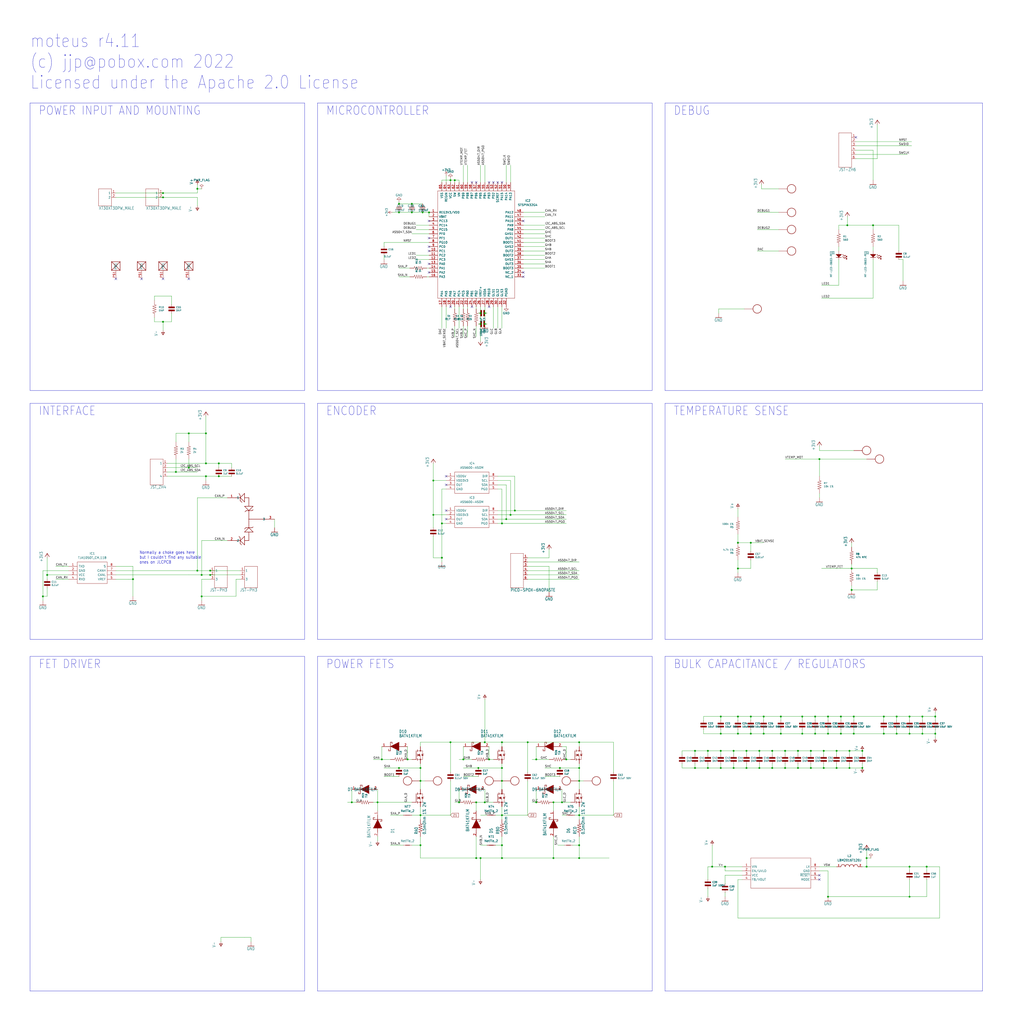
<source format=kicad_sch>
(kicad_sch (version 20230121) (generator eeschema)
  (paper "User" 602.132 606.171)
  (junction (at 297.18 508))
  (junction (at 297.18 500.38))
  (junction (at 287.02 191.77))
  (junction (at 342.9 508))
  (junction (at 419.1 454.66))
  (junction (at 281.94 474.98))
  (junction (at 546.1 424.18))
  (junction (at 444.5 434.34))
  (junction (at 327.66 508))
  (junction (at 342.9 500.38))
  (junction (at 516.89 133.35))
  (junction (at 121.92 274.32))
  (junction (at 449.58 454.66))
  (junction (at 495.3 444.5))
  (junction (at 284.48 185.42))
  (junction (at 302.26 304.8))
  (junction (at 464.82 454.66))
  (junction (at 317.5 449.58))
  (junction (at 441.96 444.5))
  (junction (at 78.74 342.9))
  (junction (at 297.18 454.66))
  (junction (at 490.22 530.86))
  (junction (at 297.18 309.88))
  (junction (at 538.48 530.86))
  (junction (at 462.28 424.18))
  (junction (at 538.48 424.18))
  (junction (at 236.22 125.73))
  (junction (at 116.84 337.82))
  (junction (at 281.94 508))
  (junction (at 444.5 321.31))
  (junction (at 335.28 449.58))
  (junction (at 226.06 449.58))
  (junction (at 119.38 353.06))
  (junction (at 548.64 513.08))
  (junction (at 342.9 482.6))
  (junction (at 474.98 434.34))
  (junction (at 96.52 114.3))
  (junction (at 129.54 274.32))
  (junction (at 495.3 454.66))
  (junction (at 441.96 454.66))
  (junction (at 504.19 336.55))
  (junction (at 274.32 449.58))
  (junction (at 243.84 125.73))
  (junction (at 504.19 349.25))
  (junction (at 236.22 454.66))
  (junction (at 480.06 454.66))
  (junction (at 457.2 454.66))
  (junction (at 513.08 508))
  (junction (at 332.74 474.98))
  (junction (at 223.52 474.98))
  (junction (at 538.48 434.34))
  (junction (at 472.44 444.5))
  (junction (at 502.92 454.66))
  (junction (at 121.92 256.54))
  (junction (at 317.5 474.98))
  (junction (at 327.66 474.98))
  (junction (at 436.88 336.55))
  (junction (at 530.86 424.18))
  (junction (at 457.2 444.5))
  (junction (at 287.02 439.42))
  (junction (at 241.3 449.58))
  (junction (at 482.6 434.34))
  (junction (at 472.44 454.66))
  (junction (at 452.12 434.34))
  (junction (at 546.1 434.34))
  (junction (at 436.88 321.31))
  (junction (at 530.86 434.34))
  (junction (at 236.22 120.65))
  (junction (at 487.68 454.66))
  (junction (at 490.22 424.18))
  (junction (at 111.76 256.54))
  (junction (at 553.72 434.34))
  (junction (at 25.4 353.06))
  (junction (at 553.72 424.18))
  (junction (at 96.52 116.84))
  (junction (at 287.02 474.98))
  (junction (at 497.84 424.18))
  (junction (at 96.52 190.5))
  (junction (at 523.24 424.18))
  (junction (at 513.08 513.08))
  (junction (at 287.02 185.42))
  (junction (at 342.9 439.42))
  (junction (at 297.18 439.42))
  (junction (at 297.18 482.6))
  (junction (at 250.19 125.73))
  (junction (at 248.92 454.66))
  (junction (at 116.84 111.76))
  (junction (at 119.38 340.36))
  (junction (at 510.54 444.5))
  (junction (at 426.72 444.5))
  (junction (at 269.24 106.68))
  (junction (at 497.84 434.34))
  (junction (at 304.8 302.26))
  (junction (at 266.7 106.68))
  (junction (at 421.64 513.08))
  (junction (at 419.1 444.5))
  (junction (at 248.92 500.38))
  (junction (at 266.7 439.42))
  (junction (at 254 125.73))
  (junction (at 501.65 133.35))
  (junction (at 297.18 462.28))
  (junction (at 271.78 474.98))
  (junction (at 474.98 424.18))
  (junction (at 505.46 424.18))
  (junction (at 256.54 304.8))
  (junction (at 502.92 444.5))
  (junction (at 256.54 284.48))
  (junction (at 261.62 309.88))
  (junction (at 436.88 424.18))
  (junction (at 436.88 434.34))
  (junction (at 331.47 454.66))
  (junction (at 426.72 434.34))
  (junction (at 510.54 454.66))
  (junction (at 426.72 454.66))
  (junction (at 261.62 330.2))
  (junction (at 426.72 424.18))
  (junction (at 485.14 271.78))
  (junction (at 283.21 454.66))
  (junction (at 444.5 424.18))
  (junction (at 124.46 340.36))
  (junction (at 104.14 279.4))
  (junction (at 27.94 340.36))
  (junction (at 411.48 454.66))
  (junction (at 462.28 434.34))
  (junction (at 342.9 462.28))
  (junction (at 312.42 439.42))
  (junction (at 284.48 508))
  (junction (at 248.92 482.6))
  (junction (at 434.34 454.66))
  (junction (at 111.76 276.86))
  (junction (at 449.58 444.5))
  (junction (at 464.82 444.5))
  (junction (at 124.46 337.82))
  (junction (at 505.46 434.34))
  (junction (at 248.92 462.28))
  (junction (at 121.92 281.94))
  (junction (at 452.12 424.18))
  (junction (at 482.6 424.18))
  (junction (at 208.28 474.98))
  (junction (at 490.22 434.34))
  (junction (at 487.68 444.5))
  (junction (at 284.48 191.77))
  (junction (at 538.48 513.08))
  (junction (at 129.54 281.94))
  (junction (at 299.72 307.34))
  (junction (at 342.9 454.66))
  (junction (at 523.24 434.34))
  (junction (at 289.56 449.58))
  (junction (at 480.06 444.5))
  (junction (at 411.48 444.5))
  (junction (at 434.34 444.5))
  (junction (at 429.26 513.08))
  (junction (at 243.84 120.65))
  (no_connect (at 254 130.81))
  (no_connect (at 294.64 107.95))
  (no_connect (at 264.16 287.02))
  (no_connect (at 289.56 107.95))
  (no_connect (at 309.88 130.81))
  (no_connect (at 297.18 107.95))
  (no_connect (at 96.52 165.1))
  (no_connect (at 279.4 181.61))
  (no_connect (at 264.16 307.34))
  (no_connect (at 264.16 302.26))
  (no_connect (at 485.14 520.7))
  (no_connect (at 254 156.21))
  (no_connect (at 266.7 181.61))
  (no_connect (at 309.88 161.29))
  (no_connect (at 289.56 181.61))
  (no_connect (at 309.88 163.83))
  (no_connect (at 485.14 518.16))
  (no_connect (at 111.76 165.1))
  (no_connect (at 506.73 81.28))
  (no_connect (at 68.58 165.1))
  (no_connect (at 254 146.05))
  (no_connect (at 264.16 281.94))
  (no_connect (at 254 140.97))
  (no_connect (at 281.94 107.95))
  (no_connect (at 292.1 107.95))
  (no_connect (at 254 161.29))
  (no_connect (at 279.4 107.95))
  (no_connect (at 254 148.59))
  (no_connect (at 83.82 165.1))
  (wire (pts (xy 538.48 513.08) (xy 538.48 515.62)) (stroke (width 0.1524)))
  (wire (pts (xy 312.42 439.42) (xy 342.9 439.42)) (stroke (width 0.1524)))
  (wire (pts (xy 504.19 321.31) (xy 504.19 323.85)) (stroke (width 0.1524)))
  (wire (pts (xy 495.3 444.5) (xy 502.92 444.5)) (stroke (width 0.1524)))
  (wire (pts (xy 248.92 452.12) (xy 248.92 454.66)) (stroke (width 0.1524)))
  (wire (pts (xy 227.33 454.66) (xy 236.22 454.66)) (stroke (width 0.1524)))
  (wire (pts (xy 497.84 434.34) (xy 497.84 431.8)) (stroke (width 0.1524)))
  (wire (pts (xy 99.06 276.86) (xy 111.76 276.86)) (stroke (width 0.1524)))
  (wire (pts (xy 40.64 335.28) (xy 33.02 335.28)) (stroke (width 0.1524)))
  (wire (pts (xy 294.64 302.26) (xy 304.8 302.26)) (stroke (width 0.1524)))
  (wire (pts (xy 283.21 454.66) (xy 297.18 454.66)) (stroke (width 0.1524)))
  (wire (pts (xy 506.73 93.98) (xy 519.43 93.98)) (stroke (width 0.1524)))
  (wire (pts (xy 530.86 426.72) (xy 530.86 424.18)) (stroke (width 0.1524)))
  (wire (pts (xy 101.6 190.5) (xy 101.6 185.42)) (stroke (width 0.1524)))
  (wire (pts (xy 487.68 447.04) (xy 487.68 444.5)) (stroke (width 0.1524)))
  (wire (pts (xy 256.54 317.5) (xy 256.54 330.2)) (stroke (width 0.1524)))
  (wire (pts (xy 490.22 434.34) (xy 490.22 431.8)) (stroke (width 0.1524)))
  (wire (pts (xy 309.88 146.05) (xy 322.58 146.05)) (stroke (width 0.1524)))
  (wire (pts (xy 261.62 181.61) (xy 261.62 194.31)) (stroke (width 0.1524)))
  (wire (pts (xy 294.64 309.88) (xy 297.18 309.88)) (stroke (width 0.1524)))
  (wire (pts (xy 294.64 307.34) (xy 299.72 307.34)) (stroke (width 0.1524)))
  (wire (pts (xy 111.76 256.54) (xy 121.92 256.54)) (stroke (width 0.1524)))
  (wire (pts (xy 284.48 520.7) (xy 284.48 508)) (stroke (width 0.1524)))
  (wire (pts (xy 444.5 434.34) (xy 444.5 431.8)) (stroke (width 0.1524)))
  (wire (pts (xy 256.54 284.48) (xy 264.16 284.48)))
  (wire (pts (xy 332.74 474.98) (xy 337.82 474.98)) (stroke (width 0.1524)))
  (wire (pts (xy 450.85 109.22) (xy 450.85 111.76)) (stroke (width 0.1524)))
  (wire (pts (xy 294.64 304.8) (xy 302.26 304.8)) (stroke (width 0.1524)))
  (polyline (pts (xy 187.96 231.14) (xy 187.96 60.96)) (stroke (width 0.1524) (type solid)))
  (wire (pts (xy 111.76 276.86) (xy 116.84 276.86)) (stroke (width 0.1524)))
  (wire (pts (xy 242.57 163.83) (xy 236.22 163.83)) (stroke (width 0.1524)))
  (wire (pts (xy 485.14 513.08) (xy 495.3 513.08)) (stroke (width 0.1524)))
  (wire (pts (xy 534.67 153.67) (xy 534.67 166.37)) (stroke (width 0.1524)))
  (wire (pts (xy 332.74 441.96) (xy 335.28 441.96)) (stroke (width 0.1524)))
  (wire (pts (xy 516.89 88.9) (xy 516.89 106.68)) (stroke (width 0.1524)))
  (polyline (pts (xy 187.96 378.46) (xy 187.96 238.76)) (stroke (width 0.1524) (type solid)))
  (wire (pts (xy 480.06 447.04) (xy 480.06 444.5)) (stroke (width 0.1524)))
  (wire (pts (xy 519.43 73.66) (xy 519.43 93.98)) (stroke (width 0.1524)))
  (wire (pts (xy 297.18 439.42) (xy 312.42 439.42)) (stroke (width 0.1524)))
  (wire (pts (xy 439.42 513.08) (xy 429.26 513.08)) (stroke (width 0.1524)))
  (wire (pts (xy 330.2 500.38) (xy 334.01 500.38)) (stroke (width 0.1524)))
  (polyline (pts (xy 17.78 231.14) (xy 17.78 60.96)) (stroke (width 0.1524) (type solid)))
  (wire (pts (xy 144.78 554.99) (xy 148.59 554.99)) (stroke (width 0.1524)))
  (wire (pts (xy 111.76 271.78) (xy 111.76 276.86)) (stroke (width 0.1524)))
  (wire (pts (xy 516.89 153.67) (xy 516.89 176.53)) (stroke (width 0.1524)))
  (wire (pts (xy 419.1 525.78) (xy 419.1 530.86)) (stroke (width 0.1524)))
  (wire (pts (xy 287.02 185.42) (xy 288.29 185.42)))
  (polyline (pts (xy 17.78 388.62) (xy 180.34 388.62)) (stroke (width 0.1524) (type solid)))
  (wire (pts (xy 96.52 114.3) (xy 116.84 114.3)) (stroke (width 0.1524)))
  (wire (pts (xy 342.9 508) (xy 360.68 508)) (stroke (width 0.1524)))
  (wire (pts (xy 421.64 513.08) (xy 419.1 513.08)) (stroke (width 0.1524)))
  (polyline (pts (xy 386.08 60.96) (xy 386.08 231.14)) (stroke (width 0.1524) (type solid)))
  (wire (pts (xy 256.54 274.32) (xy 256.54 284.48)) (stroke (width 0.1524)))
  (wire (pts (xy 426.72 444.5) (xy 419.1 444.5)) (stroke (width 0.1524)))
  (wire (pts (xy 231.14 500.38) (xy 238.76 500.38)) (stroke (width 0.1524)))
  (wire (pts (xy 297.18 500.38) (xy 297.18 495.3)) (stroke (width 0.1524)))
  (wire (pts (xy 462.28 434.34) (xy 452.12 434.34)) (stroke (width 0.1524)))
  (wire (pts (xy 342.9 500.38) (xy 342.9 495.3)) (stroke (width 0.1524)))
  (wire (pts (xy 99.06 274.32) (xy 121.92 274.32)) (stroke (width 0.1524)))
  (wire (pts (xy 223.52 467.36) (xy 223.52 474.98)) (stroke (width 0.1524)))
  (wire (pts (xy 294.64 287.02) (xy 299.72 287.02)))
  (wire (pts (xy 266.7 106.68) (xy 266.7 107.95)))
  (wire (pts (xy 309.88 153.67) (xy 322.58 153.67)))
  (wire (pts (xy 297.18 462.28) (xy 297.18 467.36)) (stroke (width 0.1524)))
  (wire (pts (xy 281.94 495.3) (xy 281.94 508)) (stroke (width 0.1524)))
  (wire (pts (xy 91.44 175.26) (xy 101.6 175.26)) (stroke (width 0.1524)))
  (wire (pts (xy 532.13 153.67) (xy 534.67 153.67)) (stroke (width 0.1524)))
  (wire (pts (xy 485.14 271.78) (xy 464.82 271.78)) (stroke (width 0.1524)))
  (wire (pts (xy 124.46 340.36) (xy 142.24 340.36)) (stroke (width 0.1524)))
  (wire (pts (xy 497.84 434.34) (xy 505.46 434.34)) (stroke (width 0.1524)))
  (wire (pts (xy 256.54 304.8) (xy 256.54 312.42)) (stroke (width 0.1524)))
  (wire (pts (xy 480.06 454.66) (xy 487.68 454.66)) (stroke (width 0.1524)))
  (wire (pts (xy 429.26 518.16) (xy 429.26 523.24)) (stroke (width 0.1524)))
  (polyline (pts (xy 386.08 378.46) (xy 187.96 378.46)) (stroke (width 0.1524) (type solid)))
  (wire (pts (xy 266.7 482.6) (xy 248.92 482.6)) (stroke (width 0.1524)))
  (wire (pts (xy 124.46 337.82) (xy 142.24 337.82)) (stroke (width 0.1524)))
  (wire (pts (xy 530.86 424.18) (xy 523.24 424.18)) (stroke (width 0.1524)))
  (wire (pts (xy 116.84 114.3) (xy 116.84 111.76)) (stroke (width 0.1524)))
  (wire (pts (xy 504.19 349.25) (xy 504.19 346.71)) (stroke (width 0.1524)))
  (wire (pts (xy 271.78 467.36) (xy 271.78 474.98)) (stroke (width 0.1524)))
  (wire (pts (xy 129.54 274.32) (xy 137.16 274.32)) (stroke (width 0.1524)))
  (wire (pts (xy 502.92 452.12) (xy 502.92 454.66)) (stroke (width 0.1524)))
  (wire (pts (xy 208.28 467.36) (xy 208.28 474.98)) (stroke (width 0.1524)))
  (wire (pts (xy 279.4 449.58) (xy 274.32 449.58)) (stroke (width 0.1524)))
  (wire (pts (xy 261.62 106.68) (xy 261.62 107.95)))
  (wire (pts (xy 513.08 513.08) (xy 513.08 508)) (stroke (width 0.1524)))
  (wire (pts (xy 449.58 452.12) (xy 449.58 454.66)) (stroke (width 0.1524)))
  (wire (pts (xy 309.88 140.97) (xy 322.58 140.97)))
  (wire (pts (xy 284.48 508) (xy 297.18 508)) (stroke (width 0.1524)))
  (wire (pts (xy 436.88 336.55) (xy 444.5 336.55)) (stroke (width 0.1524)))
  (wire (pts (xy 444.5 424.18) (xy 436.88 424.18)) (stroke (width 0.1524)))
  (wire (pts (xy 439.42 515.62) (xy 429.26 515.62)) (stroke (width 0.1524)))
  (wire (pts (xy 457.2 444.5) (xy 449.58 444.5)) (stroke (width 0.1524)))
  (wire (pts (xy 419.1 447.04) (xy 419.1 444.5)) (stroke (width 0.1524)))
  (wire (pts (xy 312.42 330.2) (xy 325.12 330.2)) (stroke (width 0.1524)))
  (wire (pts (xy 530.86 424.18) (xy 538.48 424.18)) (stroke (width 0.1524)))
  (polyline (pts (xy 17.78 238.76) (xy 180.34 238.76)) (stroke (width 0.1524) (type solid)))
  (wire (pts (xy 302.26 304.8) (xy 335.28 304.8)) (stroke (width 0.1524)))
  (wire (pts (xy 504.19 349.25) (xy 519.43 349.25)) (stroke (width 0.1524)))
  (wire (pts (xy 472.44 444.5) (xy 464.82 444.5)) (stroke (width 0.1524)))
  (polyline (pts (xy 187.96 238.76) (xy 386.08 238.76)) (stroke (width 0.1524) (type solid)))
  (wire (pts (xy 274.32 449.58) (xy 271.78 449.58)) (stroke (width 0.1524)))
  (wire (pts (xy 246.38 135.89) (xy 254 135.89)))
  (wire (pts (xy 269.24 181.61) (xy 269.24 182.88)) (stroke (width 0.1524)))
  (wire (pts (xy 342.9 477.52) (xy 342.9 482.6)) (stroke (width 0.1524)))
  (wire (pts (xy 457.2 454.66) (xy 464.82 454.66)) (stroke (width 0.1524)))
  (wire (pts (xy 309.88 138.43) (xy 322.58 138.43)) (stroke (width 0.1524)))
  (wire (pts (xy 292.1 181.61) (xy 292.1 194.31)))
  (wire (pts (xy 429.26 515.62) (xy 429.26 513.08)) (stroke (width 0.1524)))
  (wire (pts (xy 96.52 190.5) (xy 101.6 190.5)) (stroke (width 0.1524)))
  (wire (pts (xy 274.32 181.61) (xy 274.32 182.88)) (stroke (width 0.1524)))
  (wire (pts (xy 261.62 289.56) (xy 261.62 309.88)))
  (wire (pts (xy 111.76 261.62) (xy 111.76 256.54)) (stroke (width 0.1524)))
  (wire (pts (xy 502.92 447.04) (xy 502.92 444.5)) (stroke (width 0.1524)))
  (wire (pts (xy 436.88 336.55) (xy 436.88 331.47)) (stroke (width 0.1524)))
  (polyline (pts (xy 187.96 60.96) (xy 386.08 60.96)) (stroke (width 0.1524) (type solid)))
  (wire (pts (xy 25.4 353.06) (xy 25.4 355.6)) (stroke (width 0.1524)))
  (wire (pts (xy 287.02 97.79) (xy 287.02 107.95)))
  (wire (pts (xy 220.98 474.98) (xy 223.52 474.98)) (stroke (width 0.1524)))
  (wire (pts (xy 436.88 306.07) (xy 436.88 300.99)) (stroke (width 0.1524)))
  (wire (pts (xy 482.6 434.34) (xy 490.22 434.34)) (stroke (width 0.1524)))
  (wire (pts (xy 496.57 168.91) (xy 486.41 168.91)) (stroke (width 0.1524)))
  (wire (pts (xy 254 143.51) (xy 227.33 143.51)) (stroke (width 0.1524)))
  (wire (pts (xy 266.7 439.42) (xy 287.02 439.42)) (stroke (width 0.1524)))
  (wire (pts (xy 496.57 146.05) (xy 496.57 148.59)) (stroke (width 0.1524)))
  (wire (pts (xy 485.14 515.62) (xy 490.22 515.62)) (stroke (width 0.1524)))
  (wire (pts (xy 91.44 187.96) (xy 91.44 190.5)) (stroke (width 0.1524)))
  (wire (pts (xy 287.02 439.42) (xy 287.02 414.02)) (stroke (width 0.1524)))
  (wire (pts (xy 226.06 449.58) (xy 220.98 449.58)) (stroke (width 0.1524)))
  (wire (pts (xy 309.88 148.59) (xy 322.58 148.59)) (stroke (width 0.1524)))
  (wire (pts (xy 342.9 452.12) (xy 342.9 454.66)) (stroke (width 0.1524)))
  (wire (pts (xy 276.86 107.95) (xy 276.86 97.79)) (stroke (width 0.1524)))
  (wire (pts (xy 162.56 307.34) (xy 162.56 312.42)) (stroke (width 0.1524)))
  (wire (pts (xy 283.21 185.42) (xy 284.48 185.42)))
  (wire (pts (xy 457.2 452.12) (xy 457.2 454.66)) (stroke (width 0.1524)))
  (wire (pts (xy 472.44 454.66) (xy 480.06 454.66)) (stroke (width 0.1524)))
  (polyline (pts (xy 393.7 238.76) (xy 581.66 238.76)) (stroke (width 0.1524) (type solid)))
  (wire (pts (xy 426.72 431.8) (xy 426.72 434.34)) (stroke (width 0.1524)))
  (wire (pts (xy 284.48 191.77) (xy 284.48 201.93)))
  (wire (pts (xy 294.64 289.56) (xy 297.18 289.56)))
  (wire (pts (xy 297.18 309.88) (xy 335.28 309.88)) (stroke (width 0.1524)))
  (wire (pts (xy 124.46 342.9) (xy 119.38 342.9)) (stroke (width 0.1524)))
  (wire (pts (xy 236.22 119.38) (xy 236.22 120.65)))
  (wire (pts (xy 426.72 454.66) (xy 434.34 454.66)) (stroke (width 0.1524)))
  (wire (pts (xy 510.54 452.12) (xy 510.54 454.66)) (stroke (width 0.1524)))
  (polyline (pts (xy 581.66 388.62) (xy 581.66 586.74)) (stroke (width 0.1524) (type solid)))
  (wire (pts (xy 297.18 508) (xy 327.66 508)) (stroke (width 0.1524)))
  (wire (pts (xy 421.64 513.08) (xy 421.64 500.38)) (stroke (width 0.1524)))
  (wire (pts (xy 104.14 271.78) (xy 104.14 279.4)) (stroke (width 0.1524)))
  (wire (pts (xy 266.7 462.28) (xy 266.7 482.6)) (stroke (width 0.1524)))
  (wire (pts (xy 269.24 106.68) (xy 271.78 106.68)))
  (wire (pts (xy 436.88 339.09) (xy 436.88 336.55)) (stroke (width 0.1524)))
  (polyline (pts (xy 386.08 238.76) (xy 386.08 378.46)) (stroke (width 0.1524) (type solid)))
  (wire (pts (xy 119.38 353.06) (xy 119.38 355.6)) (stroke (width 0.1524)))
  (polyline (pts (xy 393.7 378.46) (xy 393.7 238.76)) (stroke (width 0.1524) (type solid)))
  (wire (pts (xy 523.24 434.34) (xy 523.24 431.8)) (stroke (width 0.1524)))
  (wire (pts (xy 256.54 284.48) (xy 256.54 304.8)) (stroke (width 0.1524)))
  (wire (pts (xy 516.89 146.05) (xy 516.89 148.59)) (stroke (width 0.1524)))
  (wire (pts (xy 530.86 431.8) (xy 530.86 434.34)) (stroke (width 0.1524)))
  (wire (pts (xy 27.94 353.06) (xy 25.4 353.06)) (stroke (width 0.1524)))
  (wire (pts (xy 444.5 336.55) (xy 444.5 331.47)) (stroke (width 0.1524)))
  (wire (pts (xy 490.22 424.18) (xy 497.84 424.18)) (stroke (width 0.1524)))
  (wire (pts (xy 425.45 185.42) (xy 425.45 182.88)) (stroke (width 0.1524)))
  (wire (pts (xy 426.72 424.18) (xy 416.56 424.18)) (stroke (width 0.1524)))
  (wire (pts (xy 119.38 320.04) (xy 134.62 320.04)) (stroke (width 0.1524)))
  (wire (pts (xy 556.26 543.56) (xy 436.88 543.56)) (stroke (width 0.1524)))
  (wire (pts (xy 403.86 444.5) (xy 403.86 447.04)) (stroke (width 0.1524)))
  (wire (pts (xy 254 158.75) (xy 252.73 158.75)) (stroke (width 0.1524)))
  (wire (pts (xy 68.58 337.82) (xy 116.84 337.82)) (stroke (width 0.1524)))
  (wire (pts (xy 294.64 181.61) (xy 294.64 194.31)))
  (wire (pts (xy 363.22 462.28) (xy 363.22 482.6)) (stroke (width 0.1524)))
  (wire (pts (xy 537.21 91.44) (xy 506.73 91.44)) (stroke (width 0.1524)))
  (wire (pts (xy 104.14 261.62) (xy 104.14 256.54)) (stroke (width 0.1524)))
  (wire (pts (xy 538.48 530.86) (xy 538.48 520.7)) (stroke (width 0.1524)))
  (wire (pts (xy 289.56 449.58) (xy 292.1 449.58)) (stroke (width 0.1524)))
  (wire (pts (xy 302.26 97.79) (xy 302.26 107.95)))
  (wire (pts (xy 553.72 434.34) (xy 546.1 434.34)) (stroke (width 0.1524)))
  (wire (pts (xy 327.66 474.98) (xy 332.74 474.98)) (stroke (width 0.1524)))
  (wire (pts (xy 510.54 513.08) (xy 513.08 513.08)) (stroke (width 0.1524)))
  (wire (pts (xy 287.02 185.42) (xy 287.02 191.77)) (stroke (width 0.1524)))
  (polyline (pts (xy 393.7 231.14) (xy 393.7 60.96)) (stroke (width 0.1524) (type solid)))
  (wire (pts (xy 444.5 434.34) (xy 436.88 434.34)) (stroke (width 0.1524)))
  (wire (pts (xy 281.94 474.98) (xy 287.02 474.98)) (stroke (width 0.1524)))
  (polyline (pts (xy 386.08 388.62) (xy 386.08 586.74)) (stroke (width 0.1524) (type solid)))
  (polyline (pts (xy 393.7 388.62) (xy 581.66 388.62)) (stroke (width 0.1524) (type solid)))
  (wire (pts (xy 462.28 434.34) (xy 474.98 434.34)) (stroke (width 0.1524)))
  (wire (pts (xy 116.84 337.82) (xy 124.46 337.82)) (stroke (width 0.1524)))
  (wire (pts (xy 327.66 495.3) (xy 327.66 508)) (stroke (width 0.1524)))
  (wire (pts (xy 436.88 424.18) (xy 426.72 424.18)) (stroke (width 0.1524)))
  (wire (pts (xy 297.18 439.42) (xy 297.18 441.96)) (stroke (width 0.1524)))
  (wire (pts (xy 317.5 441.96) (xy 317.5 449.58)) (stroke (width 0.1524)))
  (wire (pts (xy 284.48 500.38) (xy 288.29 500.38)) (stroke (width 0.1524)))
  (wire (pts (xy 490.22 515.62) (xy 490.22 530.86)) (stroke (width 0.1524)))
  (wire (pts (xy 40.64 337.82) (xy 25.4 337.82)) (stroke (width 0.1524)))
  (wire (pts (xy 403.86 452.12) (xy 403.86 454.66)) (stroke (width 0.1524)))
  (polyline (pts (xy 393.7 586.74) (xy 393.7 388.62)) (stroke (width 0.1524) (type solid)))
  (wire (pts (xy 40.64 340.36) (xy 27.94 340.36)) (stroke (width 0.1524)))
  (wire (pts (xy 129.54 281.94) (xy 137.16 281.94)) (stroke (width 0.1524)))
  (wire (pts (xy 312.42 332.74) (xy 342.9 332.74)) (stroke (width 0.1524)))
  (wire (pts (xy 287.02 467.36) (xy 287.02 474.98)) (stroke (width 0.1524)))
  (wire (pts (xy 119.38 342.9) (xy 119.38 353.06)) (stroke (width 0.1524)))
  (wire (pts (xy 411.48 454.66) (xy 419.1 454.66)) (stroke (width 0.1524)))
  (wire (pts (xy 363.22 482.6) (xy 342.9 482.6)) (stroke (width 0.1524)))
  (wire (pts (xy 269.24 106.68) (xy 269.24 107.95)))
  (wire (pts (xy 411.48 444.5) (xy 403.86 444.5)) (stroke (width 0.1524)))
  (wire (pts (xy 312.42 340.36) (xy 342.9 340.36)) (stroke (width 0.1524)))
  (wire (pts (xy 345.44 462.28) (xy 342.9 462.28)) (stroke (width 0.1524)))
  (wire (pts (xy 78.74 342.9) (xy 78.74 335.28)) (stroke (width 0.1524)))
  (wire (pts (xy 299.72 307.34) (xy 335.28 307.34)) (stroke (width 0.1524)))
  (wire (pts (xy 419.1 444.5) (xy 411.48 444.5)) (stroke (width 0.1524)))
  (wire (pts (xy 452.12 426.72) (xy 452.12 424.18)) (stroke (width 0.1524)))
  (wire (pts (xy 556.26 513.08) (xy 556.26 543.56)) (stroke (width 0.1524)))
  (wire (pts (xy 325.12 449.58) (xy 317.5 449.58)) (stroke (width 0.1524)))
  (wire (pts (xy 363.22 439.42) (xy 363.22 457.2)) (stroke (width 0.1524)))
  (wire (pts (xy 264.16 104.14) (xy 264.16 107.95)))
  (wire (pts (xy 501.65 128.27) (xy 501.65 133.35)) (stroke (width 0.1524)))
  (wire (pts (xy 68.58 116.84) (xy 96.52 116.84)) (stroke (width 0.1524)))
  (wire (pts (xy 312.42 457.2) (xy 312.42 439.42)) (stroke (width 0.1524)))
  (wire (pts (xy 309.88 135.89) (xy 322.58 135.89)) (stroke (width 0.1524)))
  (wire (pts (xy 261.62 309.88) (xy 264.16 309.88)))
  (wire (pts (xy 538.48 431.8) (xy 538.48 434.34)) (stroke (width 0.1524)))
  (wire (pts (xy 96.52 195.58) (xy 96.52 190.5)) (stroke (width 0.1524)))
  (wire (pts (xy 327.66 508) (xy 342.9 508)) (stroke (width 0.1524)))
  (wire (pts (xy 227.33 146.05) (xy 227.33 143.51)) (stroke (width 0.1524)))
  (wire (pts (xy 248.92 508) (xy 281.94 508)) (stroke (width 0.1524)))
  (wire (pts (xy 254 151.13) (xy 246.38 151.13)) (stroke (width 0.1524)))
  (polyline (pts (xy 187.96 388.62) (xy 386.08 388.62)) (stroke (width 0.1524) (type solid)))
  (wire (pts (xy 342.9 439.42) (xy 363.22 439.42)) (stroke (width 0.1524)))
  (wire (pts (xy 436.88 520.7) (xy 439.42 520.7)) (stroke (width 0.1524)))
  (wire (pts (xy 548.64 515.62) (xy 548.64 513.08)) (stroke (width 0.1524)))
  (wire (pts (xy 325.12 350.52) (xy 325.12 335.28)) (stroke (width 0.1524)))
  (wire (pts (xy 243.84 500.38) (xy 248.92 500.38)) (stroke (width 0.1524)))
  (wire (pts (xy 261.62 309.88) (xy 261.62 330.2)))
  (wire (pts (xy 223.52 480.06) (xy 223.52 474.98)) (stroke (width 0.1524)))
  (wire (pts (xy 264.16 194.31) (xy 264.16 181.61)))
  (wire (pts (xy 461.01 148.59) (xy 448.31 148.59)) (stroke (width 0.1524)))
  (wire (pts (xy 505.46 434.34) (xy 505.46 431.8)) (stroke (width 0.1524)))
  (wire (pts (xy 25.4 337.82) (xy 25.4 353.06)) (stroke (width 0.1524)))
  (wire (pts (xy 434.34 447.04) (xy 434.34 444.5)) (stroke (width 0.1524)))
  (wire (pts (xy 553.72 431.8) (xy 553.72 434.34)) (stroke (width 0.1524)))
  (wire (pts (xy 485.14 281.94) (xy 485.14 271.78)) (stroke (width 0.1524)))
  (wire (pts (xy 130.81 554.99) (xy 144.78 554.99)))
  (wire (pts (xy 129.54 274.32) (xy 129.54 276.86)) (stroke (width 0.1524)))
  (wire (pts (xy 487.68 452.12) (xy 487.68 454.66)) (stroke (width 0.1524)))
  (wire (pts (xy 68.58 335.28) (xy 78.74 335.28)) (stroke (width 0.1524)))
  (wire (pts (xy 283.21 191.77) (xy 284.48 191.77)))
  (wire (pts (xy 495.3 454.66) (xy 502.92 454.66)) (stroke (width 0.1524)))
  (wire (pts (xy 548.64 513.08) (xy 556.26 513.08)) (stroke (width 0.1524)))
  (wire (pts (xy 332.74 467.36) (xy 332.74 474.98)) (stroke (width 0.1524)))
  (wire (pts (xy 496.57 153.67) (xy 496.57 168.91)) (stroke (width 0.1524)))
  (wire (pts (xy 121.92 281.94) (xy 121.92 284.48)) (stroke (width 0.1524)))
  (wire (pts (xy 441.96 447.04) (xy 441.96 444.5)) (stroke (width 0.1524)))
  (wire (pts (xy 523.24 434.34) (xy 530.86 434.34)) (stroke (width 0.1524)))
  (wire (pts (xy 462.28 424.18) (xy 452.12 424.18)) (stroke (width 0.1524)))
  (wire (pts (xy 516.89 133.35) (xy 532.13 133.35)) (stroke (width 0.1524)))
  (wire (pts (xy 288.29 482.6) (xy 284.48 482.6)) (stroke (width 0.1524)))
  (wire (pts (xy 243.84 138.43) (xy 254 138.43)))
  (polyline (pts (xy 581.66 378.46) (xy 393.7 378.46)) (stroke (width 0.1524) (type solid)))
  (wire (pts (xy 274.32 193.04) (xy 274.32 199.39)) (stroke (width 0.1524)))
  (wire (pts (xy 266.7 106.68) (xy 269.24 106.68)))
  (wire (pts (xy 339.09 500.38) (xy 342.9 500.38)) (stroke (width 0.1524)))
  (wire (pts (xy 342.9 462.28) (xy 342.9 467.36)) (stroke (width 0.1524)))
  (wire (pts (xy 419.1 513.08) (xy 419.1 520.7)) (stroke (width 0.1524)))
  (wire (pts (xy 546.1 426.72) (xy 546.1 424.18)) (stroke (width 0.1524)))
  (wire (pts (xy 553.72 426.72) (xy 553.72 424.18)) (stroke (width 0.1524)))
  (wire (pts (xy 99.06 281.94) (xy 121.92 281.94)) (stroke (width 0.1524)))
  (wire (pts (xy 274.32 459.74) (xy 283.21 459.74)))
  (wire (pts (xy 490.22 434.34) (xy 497.84 434.34)) (stroke (width 0.1524)))
  (wire (pts (xy 501.65 133.35) (xy 516.89 133.35)) (stroke (width 0.1524)))
  (wire (pts (xy 139.7 342.9) (xy 142.24 342.9)) (stroke (width 0.1524)))
  (wire (pts (xy 461.01 135.89) (xy 448.31 135.89)) (stroke (width 0.1524)))
  (wire (pts (xy 317.5 474.98) (xy 314.96 474.98)) (stroke (width 0.1524)))
  (wire (pts (xy 444.5 326.39) (xy 444.5 321.31)) (stroke (width 0.1524)))
  (wire (pts (xy 256.54 330.2) (xy 261.62 330.2)) (stroke (width 0.1524)))
  (wire (pts (xy 490.22 424.18) (xy 490.22 426.72)) (stroke (width 0.1524)))
  (wire (pts (xy 538.48 530.86) (xy 548.64 530.86)) (stroke (width 0.1524)))
  (wire (pts (xy 444.5 321.31) (xy 452.12 321.31)) (stroke (width 0.1524)))
  (wire (pts (xy 425.45 182.88) (xy 440.69 182.88)) (stroke (width 0.1524)))
  (wire (pts (xy 546.1 434.34) (xy 538.48 434.34)) (stroke (width 0.1524)))
  (wire (pts (xy 27.94 347.98) (xy 27.94 353.06)) (stroke (width 0.1524)))
  (wire (pts (xy 241.3 441.96) (xy 241.3 449.58)) (stroke (width 0.1524)))
  (wire (pts (xy 148.59 557.53) (xy 148.59 554.99)) (stroke (width 0.1524)))
  (wire (pts (xy 487.68 444.5) (xy 495.3 444.5)) (stroke (width 0.1524)))
  (wire (pts (xy 119.38 340.36) (xy 119.38 320.04)) (stroke (width 0.1524)))
  (wire (pts (xy 271.78 194.31) (xy 271.78 181.61)))
  (polyline (pts (xy 581.66 60.96) (xy 581.66 231.14)) (stroke (width 0.1524) (type solid)))
  (wire (pts (xy 474.98 424.18) (xy 482.6 424.18)) (stroke (width 0.1524)))
  (wire (pts (xy 553.72 434.34) (xy 553.72 436.88)) (stroke (width 0.1524)))
  (wire (pts (xy 441.96 444.5) (xy 434.34 444.5)) (stroke (width 0.1524)))
  (wire (pts (xy 416.56 431.8) (xy 416.56 434.34)) (stroke (width 0.1524)))
  (wire (pts (xy 464.82 447.04) (xy 464.82 444.5)) (stroke (width 0.1524)))
  (wire (pts (xy 297.18 482.6) (xy 297.18 485.14)) (stroke (width 0.1524)))
  (wire (pts (xy 444.5 424.18) (xy 452.12 424.18)) (stroke (width 0.1524)))
  (wire (pts (xy 297.18 289.56) (xy 297.18 309.88)))
  (wire (pts (xy 516.89 133.35) (xy 516.89 135.89)) (stroke (width 0.1524)))
  (wire (pts (xy 266.7 105.41) (xy 266.7 106.68)))
  (wire (pts (xy 449.58 454.66) (xy 457.2 454.66)) (stroke (width 0.1524)))
  (wire (pts (xy 294.64 281.94) (xy 304.8 281.94)))
  (wire (pts (xy 302.26 284.48) (xy 302.26 304.8)))
  (wire (pts (xy 294.64 284.48) (xy 302.26 284.48)))
  (wire (pts (xy 248.92 482.6) (xy 248.92 477.52)) (stroke (width 0.1524)))
  (wire (pts (xy 546.1 431.8) (xy 546.1 434.34)) (stroke (width 0.1524)))
  (wire (pts (xy 482.6 431.8) (xy 482.6 434.34)) (stroke (width 0.1524)))
  (wire (pts (xy 317.5 467.36) (xy 317.5 474.98)) (stroke (width 0.1524)))
  (wire (pts (xy 485.14 264.16) (xy 485.14 266.7)) (stroke (width 0.1524)))
  (wire (pts (xy 510.54 447.04) (xy 510.54 444.5)) (stroke (width 0.1524)))
  (wire (pts (xy 248.92 439.42) (xy 266.7 439.42)) (stroke (width 0.1524)))
  (wire (pts (xy 335.28 441.96) (xy 335.28 449.58)) (stroke (width 0.1524)))
  (wire (pts (xy 91.44 175.26) (xy 91.44 177.8)) (stroke (width 0.1524)))
  (polyline (pts (xy 581.66 238.76) (xy 581.66 378.46)) (stroke (width 0.1524) (type solid)))
  (wire (pts (xy 116.84 337.82) (xy 116.84 294.64)) (stroke (width 0.1524)))
  (wire (pts (xy 248.92 482.6) (xy 243.84 482.6)) (stroke (width 0.1524)))
  (wire (pts (xy 312.42 462.28) (xy 312.42 482.6)) (stroke (width 0.1524)))
  (wire (pts (xy 121.92 274.32) (xy 121.92 256.54)) (stroke (width 0.1524)))
  (wire (pts (xy 553.72 421.64) (xy 553.72 424.18)) (stroke (width 0.1524)))
  (wire (pts (xy 439.42 518.16) (xy 429.26 518.16)) (stroke (width 0.1524)))
  (wire (pts (xy 210.82 474.98) (xy 208.28 474.98)) (stroke (width 0.1524)))
  (wire (pts (xy 104.14 256.54) (xy 111.76 256.54)) (stroke (width 0.1524)))
  (wire (pts (xy 250.19 125.73) (xy 254 125.73)))
  (wire (pts (xy 426.72 426.72) (xy 426.72 424.18)) (stroke (width 0.1524)))
  (wire (pts (xy 546.1 424.18) (xy 538.48 424.18)) (stroke (width 0.1524)))
  (polyline (pts (xy 393.7 60.96) (xy 581.66 60.96)) (stroke (width 0.1524) (type solid)))
  (wire (pts (xy 532.13 133.35) (xy 532.13 148.59)) (stroke (width 0.1524)))
  (wire (pts (xy 289.56 441.96) (xy 289.56 449.58)) (stroke (width 0.1524)))
  (wire (pts (xy 411.48 447.04) (xy 411.48 444.5)) (stroke (width 0.1524)))
  (wire (pts (xy 223.52 495.3) (xy 223.52 497.84)) (stroke (width 0.1524)))
  (wire (pts (xy 137.16 274.32) (xy 137.16 276.86)) (stroke (width 0.1524)))
  (wire (pts (xy 284.48 97.79) (xy 284.48 107.95)))
  (wire (pts (xy 269.24 193.04) (xy 269.24 199.39)) (stroke (width 0.1524)))
  (wire (pts (xy 342.9 482.6) (xy 340.36 482.6)) (stroke (width 0.1524)))
  (wire (pts (xy 450.85 111.76) (xy 461.01 111.76)) (stroke (width 0.1524)))
  (wire (pts (xy 502.92 454.66) (xy 510.54 454.66)) (stroke (width 0.1524)))
  (wire (pts (xy 495.3 452.12) (xy 495.3 454.66)) (stroke (width 0.1524)))
  (wire (pts (xy 474.98 431.8) (xy 474.98 434.34)) (stroke (width 0.1524)))
  (wire (pts (xy 297.18 452.12) (xy 297.18 454.66)) (stroke (width 0.1524)))
  (wire (pts (xy 261.62 330.2) (xy 261.62 332.74)) (stroke (width 0.1524)))
  (wire (pts (xy 504.19 336.55) (xy 486.41 336.55)) (stroke (width 0.1524)))
  (wire (pts (xy 501.65 133.35) (xy 496.57 133.35)) (stroke (width 0.1524)))
  (wire (pts (xy 251.46 462.28) (xy 248.92 462.28)) (stroke (width 0.1524)))
  (wire (pts (xy 111.76 340.36) (xy 119.38 340.36)) (stroke (width 0.1524)))
  (polyline (pts (xy 386.08 586.74) (xy 187.96 586.74)) (stroke (width 0.1524) (type solid)))
  (wire (pts (xy 99.06 279.4) (xy 104.14 279.4)) (stroke (width 0.1524)))
  (wire (pts (xy 246.38 133.35) (xy 254 133.35)))
  (polyline (pts (xy 581.66 586.74) (xy 393.7 586.74)) (stroke (width 0.1524) (type solid)))
  (wire (pts (xy 76.2 342.9) (xy 78.74 342.9)) (stroke (width 0.1524)))
  (wire (pts (xy 116.84 111.76) (xy 119.38 111.76)))
  (polyline (pts (xy 180.34 238.76) (xy 180.34 378.46)) (stroke (width 0.1524) (type solid)))
  (wire (pts (xy 139.7 353.06) (xy 139.7 342.9)) (stroke (width 0.1524)))
  (wire (pts (xy 254 153.67) (xy 246.38 153.67)) (stroke (width 0.1524)))
  (wire (pts (xy 284.48 181.61) (xy 284.48 185.42)))
  (polyline (pts (xy 180.34 231.14) (xy 17.78 231.14)) (stroke (width 0.1524) (type solid)))
  (wire (pts (xy 101.6 175.26) (xy 101.6 180.34)) (stroke (width 0.1524)))
  (wire (pts (xy 325.12 335.28) (xy 312.42 335.28)) (stroke (width 0.1524)))
  (wire (pts (xy 325.12 330.2) (xy 325.12 325.12)) (stroke (width 0.1524)))
  (wire (pts (xy 281.94 480.06) (xy 281.94 474.98)) (stroke (width 0.1524)))
  (wire (pts (xy 238.76 482.6) (xy 231.14 482.6)) (stroke (width 0.1524)))
  (wire (pts (xy 121.92 274.32) (xy 129.54 274.32)) (stroke (width 0.1524)))
  (wire (pts (xy 208.28 474.98) (xy 205.74 474.98)) (stroke (width 0.1524)))
  (wire (pts (xy 426.72 452.12) (xy 426.72 454.66)) (stroke (width 0.1524)))
  (wire (pts (xy 449.58 447.04) (xy 449.58 444.5)) (stroke (width 0.1524)))
  (wire (pts (xy 312.42 482.6) (xy 297.18 482.6)) (stroke (width 0.1524)))
  (wire (pts (xy 227.33 153.67) (xy 227.33 151.13)) (stroke (width 0.1524)))
  (wire (pts (xy 516.89 88.9) (xy 506.73 88.9)) (stroke (width 0.1524)))
  (wire (pts (xy 309.88 133.35) (xy 322.58 133.35)) (stroke (width 0.1524)))
  (wire (pts (xy 299.72 287.02) (xy 299.72 307.34)))
  (wire (pts (xy 429.26 528.32) (xy 429.26 530.86)) (stroke (width 0.1524)))
  (wire (pts (xy 429.26 513.08) (xy 421.64 513.08)) (stroke (width 0.1524)))
  (wire (pts (xy 227.33 459.74) (xy 236.22 459.74)))
  (wire (pts (xy 116.84 116.84) (xy 116.84 121.92)) (stroke (width 0.1524)))
  (wire (pts (xy 287.02 439.42) (xy 297.18 439.42)) (stroke (width 0.1524)))
  (wire (pts (xy 96.52 116.84) (xy 116.84 116.84)) (stroke (width 0.1524)))
  (wire (pts (xy 274.32 441.96) (xy 274.32 449.58)) (stroke (width 0.1524)))
  (wire (pts (xy 243.84 125.73) (xy 250.19 125.73)))
  (wire (pts (xy 297.18 454.66) (xy 297.18 462.28)) (stroke (width 0.1524)))
  (wire (pts (xy 474.98 426.72) (xy 474.98 424.18)) (stroke (width 0.1524)))
  (wire (pts (xy 516.89 176.53) (xy 486.41 176.53)) (stroke (width 0.1524)))
  (wire (pts (xy 130.81 557.53) (xy 130.81 554.99)) (stroke (width 0.1524)))
  (wire (pts (xy 121.92 281.94) (xy 129.54 281.94)) (stroke (width 0.1524)))
  (wire (pts (xy 502.92 444.5) (xy 510.54 444.5)) (stroke (width 0.1524)))
  (wire (pts (xy 464.82 452.12) (xy 464.82 454.66)) (stroke (width 0.1524)))
  (wire (pts (xy 523.24 424.18) (xy 523.24 426.72)) (stroke (width 0.1524)))
  (wire (pts (xy 317.5 449.58) (xy 314.96 449.58)) (stroke (width 0.1524)))
  (wire (pts (xy 472.44 447.04) (xy 472.44 444.5)) (stroke (width 0.1524)))
  (wire (pts (xy 436.88 543.56) (xy 436.88 520.7)) (stroke (width 0.1524)))
  (wire (pts (xy 495.3 447.04) (xy 495.3 444.5)) (stroke (width 0.1524)))
  (wire (pts (xy 464.82 454.66) (xy 472.44 454.66)) (stroke (width 0.1524)))
  (wire (pts (xy 281.94 193.04) (xy 281.94 199.39)) (stroke (width 0.1524)))
  (wire (pts (xy 519.43 349.25) (xy 519.43 344.17)) (stroke (width 0.1524)))
  (wire (pts (xy 342.9 482.6) (xy 342.9 485.14)) (stroke (width 0.1524)))
  (wire (pts (xy 287.02 181.61) (xy 287.02 185.42)) (stroke (width 0.1524)))
  (wire (pts (xy 248.92 462.28) (xy 248.92 467.36)) (stroke (width 0.1524)))
  (wire (pts (xy 248.92 500.38) (xy 248.92 508)) (stroke (width 0.1524)))
  (polyline (pts (xy 180.34 586.74) (xy 17.78 586.74)) (stroke (width 0.1524) (type solid)))
  (wire (pts (xy 116.84 294.64) (xy 134.62 294.64)) (stroke (width 0.1524)))
  (wire (pts (xy 27.94 340.36) (xy 27.94 342.9)) (stroke (width 0.1524)))
  (wire (pts (xy 236.22 120.65) (xy 243.84 120.65)))
  (wire (pts (xy 236.22 125.73) (xy 243.84 125.73)))
  (wire (pts (xy 449.58 444.5) (xy 441.96 444.5)) (stroke (width 0.1524)))
  (wire (pts (xy 297.18 508) (xy 297.18 500.38)) (stroke (width 0.1524)))
  (wire (pts (xy 322.58 454.66) (xy 331.47 454.66)) (stroke (width 0.1524)))
  (wire (pts (xy 434.34 452.12) (xy 434.34 454.66)) (stroke (width 0.1524)))
  (wire (pts (xy 104.14 279.4) (xy 116.84 279.4)) (stroke (width 0.1524)))
  (wire (pts (xy 457.2 447.04) (xy 457.2 444.5)) (stroke (width 0.1524)))
  (wire (pts (xy 223.52 474.98) (xy 243.84 474.98)) (stroke (width 0.1524)))
  (wire (pts (xy 480.06 452.12) (xy 480.06 454.66)) (stroke (width 0.1524)))
  (wire (pts (xy 497.84 424.18) (xy 497.84 426.72)) (stroke (width 0.1524)))
  (wire (pts (xy 419.1 454.66) (xy 426.72 454.66)) (stroke (width 0.1524)))
  (wire (pts (xy 27.94 330.2) (xy 27.94 340.36)) (stroke (width 0.1524)))
  (wire (pts (xy 226.06 441.96) (xy 226.06 449.58)) (stroke (width 0.1524)))
  (wire (pts (xy 452.12 431.8) (xy 452.12 434.34)) (stroke (width 0.1524)))
  (wire (pts (xy 335.28 449.58) (xy 337.82 449.58)) (stroke (width 0.1524)))
  (wire (pts (xy 434.34 444.5) (xy 426.72 444.5)) (stroke (width 0.1524)))
  (wire (pts (xy 271.78 106.68) (xy 271.78 107.95)))
  (wire (pts (xy 309.88 151.13) (xy 322.58 151.13)))
  (wire (pts (xy 419.1 452.12) (xy 419.1 454.66)) (stroke (width 0.1524)))
  (wire (pts (xy 287.02 474.98) (xy 292.1 474.98)) (stroke (width 0.1524)))
  (wire (pts (xy 505.46 424.18) (xy 505.46 426.72)) (stroke (width 0.1524)))
  (wire (pts (xy 505.46 424.18) (xy 497.84 424.18)) (stroke (width 0.1524)))
  (wire (pts (xy 482.6 424.18) (xy 490.22 424.18)) (stroke (width 0.1524)))
  (polyline (pts (xy 17.78 60.96) (xy 180.34 60.96)) (stroke (width 0.1524) (type solid)))
  (wire (pts (xy 264.16 289.56) (xy 261.62 289.56)))
  (wire (pts (xy 309.88 128.27) (xy 322.58 128.27)) (stroke (width 0.1524)))
  (wire (pts (xy 513.08 513.08) (xy 538.48 513.08)) (stroke (width 0.1524)))
  (wire (pts (xy 254 125.73) (xy 254 128.27)))
  (polyline (pts (xy 180.34 60.96) (xy 180.34 231.14)) (stroke (width 0.1524) (type solid)))
  (wire (pts (xy 444.5 424.18) (xy 444.5 426.72)) (stroke (width 0.1524)))
  (wire (pts (xy 436.88 431.8) (xy 436.88 434.34)) (stroke (width 0.1524)))
  (wire (pts (xy 530.86 434.34) (xy 538.48 434.34)) (stroke (width 0.1524)))
  (wire (pts (xy 281.94 181.61) (xy 281.94 182.88)) (stroke (width 0.1524)))
  (wire (pts (xy 304.8 281.94) (xy 304.8 302.26)))
  (wire (pts (xy 78.74 342.9) (xy 78.74 353.06)) (stroke (width 0.1524)))
  (wire (pts (xy 256.54 304.8) (xy 264.16 304.8)) (stroke (width 0.1524)))
  (wire (pts (xy 248.92 482.6) (xy 248.92 485.14)) (stroke (width 0.1524)))
  (wire (pts (xy 274.32 454.66) (xy 283.21 454.66)) (stroke (width 0.1524)))
  (wire (pts (xy 472.44 452.12) (xy 472.44 454.66)) (stroke (width 0.1524)))
  (wire (pts (xy 426.72 447.04) (xy 426.72 444.5)) (stroke (width 0.1524)))
  (wire (pts (xy 462.28 424.18) (xy 474.98 424.18)) (stroke (width 0.1524)))
  (wire (pts (xy 287.02 191.77) (xy 288.29 191.77)))
  (wire (pts (xy 505.46 434.34) (xy 523.24 434.34)) (stroke (width 0.1524)))
  (wire (pts (xy 436.88 426.72) (xy 436.88 424.18)) (stroke (width 0.1524)))
  (wire (pts (xy 327.66 480.06) (xy 327.66 474.98)) (stroke (width 0.1524)))
  (wire (pts (xy 68.58 342.9) (xy 76.2 342.9)))
  (wire (pts (xy 119.38 340.36) (xy 124.46 340.36)) (stroke (width 0.1524)))
  (wire (pts (xy 116.84 111.76) (xy 116.84 109.22)) (stroke (width 0.1524)))
  (wire (pts (xy 322.58 459.74) (xy 331.47 459.74)))
  (wire (pts (xy 248.92 495.3) (xy 248.92 500.38)) (stroke (width 0.1524)))
  (wire (pts (xy 548.64 530.86) (xy 548.64 520.7)) (stroke (width 0.1524)))
  (wire (pts (xy 441.96 454.66) (xy 449.58 454.66)) (stroke (width 0.1524)))
  (wire (pts (xy 513.08 508) (xy 515.62 508)))
  (wire (pts (xy 504.19 336.55) (xy 519.43 336.55)) (stroke (width 0.1524)))
  (wire (pts (xy 91.44 190.5) (xy 96.52 190.5)) (stroke (width 0.1524)))
  (wire (pts (xy 335.28 482.6) (xy 332.74 482.6)) (stroke (width 0.1524)))
  (wire (pts (xy 485.14 266.7) (xy 505.46 266.7)) (stroke (width 0.1524)))
  (wire (pts (xy 436.88 321.31) (xy 436.88 316.23)) (stroke (width 0.1524)))
  (wire (pts (xy 299.72 107.95) (xy 299.72 97.79)) (stroke (width 0.1524)))
  (wire (pts (xy 416.56 434.34) (xy 426.72 434.34)) (stroke (width 0.1524)))
  (wire (pts (xy 538.48 513.08) (xy 548.64 513.08)) (stroke (width 0.1524)))
  (polyline (pts (xy 180.34 388.62) (xy 180.34 586.74)) (stroke (width 0.1524) (type solid)))
  (wire (pts (xy 485.14 292.1) (xy 485.14 294.64)) (stroke (width 0.1524)))
  (wire (pts (xy 309.88 156.21) (xy 322.58 156.21)))
  (polyline (pts (xy 581.66 231.14) (xy 393.7 231.14)) (stroke (width 0.1524) (type solid)))
  (wire (pts (xy 490.22 530.86) (xy 538.48 530.86)) (stroke (width 0.1524)))
  (wire (pts (xy 519.43 336.55) (xy 519.43 339.09)) (stroke (width 0.1524)))
  (wire (pts (xy 472.44 444.5) (xy 480.06 444.5)) (stroke (width 0.1524)))
  (wire (pts (xy 539.75 86.36) (xy 506.73 86.36)) (stroke (width 0.1524)))
  (wire (pts (xy 297.18 482.6) (xy 293.37 482.6)) (stroke (width 0.1524)))
  (polyline (pts (xy 17.78 586.74) (xy 17.78 388.62)) (stroke (width 0.1524) (type solid)))
  (polyline (pts (xy 17.78 378.46) (xy 17.78 238.76)) (stroke (width 0.1524) (type solid)))
  (wire (pts (xy 546.1 424.18) (xy 553.72 424.18)) (stroke (width 0.1524)))
  (wire (pts (xy 312.42 337.82) (xy 342.9 337.82)) (stroke (width 0.1524)))
  (polyline (pts (xy 187.96 586.74) (xy 187.96 388.62)) (stroke (width 0.1524) (type solid)))
  (wire (pts (xy 312.42 342.9) (xy 342.9 342.9)) (stroke (width 0.1524)))
  (wire (pts (xy 452.12 434.34) (xy 444.5 434.34)) (stroke (width 0.1524)))
  (polyline (pts (xy 386.08 231.14) (xy 187.96 231.14)) (stroke (width 0.1524) (type solid)))
  (wire (pts (xy 331.47 454.66) (xy 342.9 454.66)) (stroke (width 0.1524)))
  (wire (pts (xy 232.41 125.73) (xy 236.22 125.73)))
  (wire (pts (xy 342.9 454.66) (xy 342.9 462.28)) (stroke (width 0.1524)))
  (wire (pts (xy 474.98 434.34) (xy 482.6 434.34)) (stroke (width 0.1524)))
  (wire (pts (xy 241.3 449.58) (xy 243.84 449.58)) (stroke (width 0.1524)))
  (wire (pts (xy 505.46 424.18) (xy 523.24 424.18)) (stroke (width 0.1524)))
  (wire (pts (xy 539.75 83.82) (xy 506.73 83.82)) (stroke (width 0.1524)))
  (wire (pts (xy 119.38 353.06) (xy 139.7 353.06)) (stroke (width 0.1524)))
  (wire (pts (xy 248.92 441.96) (xy 248.92 439.42)) (stroke (width 0.1524)))
  (wire (pts (xy 434.34 454.66) (xy 441.96 454.66)) (stroke (width 0.1524)))
  (wire (pts (xy 416.56 424.18) (xy 416.56 426.72)) (stroke (width 0.1524)))
  (wire (pts (xy 309.88 158.75) (xy 322.58 158.75)))
  (wire (pts (xy 271.78 474.98) (xy 269.24 474.98)) (stroke (width 0.1524)))
  (wire (pts (xy 266.7 439.42) (xy 266.7 457.2)) (stroke (width 0.1524)))
  (wire (pts (xy 304.8 302.26) (xy 335.28 302.26)) (stroke (width 0.1524)))
  (wire (pts (xy 513.08 508) (xy 513.08 502.92)) (stroke (width 0.1524)))
  (wire (pts (xy 254 163.83) (xy 252.73 163.83)) (stroke (width 0.1524)))
  (wire (pts (xy 68.58 340.36) (xy 111.76 340.36)))
  (wire (pts (xy 462.28 431.8) (xy 462.28 434.34)) (stroke (width 0.1524)))
  (wire (pts (xy 309.88 143.51) (xy 322.58 143.51)))
  (wire (pts (xy 231.14 449.58) (xy 226.06 449.58)) (stroke (width 0.1524)))
  (wire (pts (xy 436.88 321.31) (xy 444.5 321.31)) (stroke (width 0.1524)))
  (wire (pts (xy 461.01 125.73) (xy 448.31 125.73)) (stroke (width 0.1524)))
  (wire (pts (xy 243.84 120.65) (xy 250.19 120.65)))
  (wire (pts (xy 342.9 439.42) (xy 342.9 441.96)) (stroke (width 0.1524)))
  (wire (pts (xy 485.14 271.78) (xy 513.08 271.78)) (stroke (width 0.1524)))
  (wire (pts (xy 261.62 106.68) (xy 266.7 106.68)))
  (wire (pts (xy 504.19 334.01) (xy 504.19 336.55)) (stroke (width 0.1524)))
  (wire (pts (xy 281.94 508) (xy 284.48 508)) (stroke (width 0.1524)))
  (wire (pts (xy 342.9 508) (xy 342.9 500.38)) (stroke (width 0.1524)))
  (wire (pts (xy 297.18 477.52) (xy 297.18 482.6)) (stroke (width 0.1524)))
  (wire (pts (xy 293.37 500.38) (xy 297.18 500.38)) (stroke (width 0.1524)))
  (wire (pts (xy 411.48 452.12) (xy 411.48 454.66)) (stroke (width 0.1524)))
  (wire (pts (xy 480.06 444.5) (xy 487.68 444.5)) (stroke (width 0.1524)))
  (wire (pts (xy 40.64 342.9) (xy 33.02 342.9)) (stroke (width 0.1524)))
  (wire (pts (xy 284.48 185.42) (xy 284.48 191.77)))
  (wire (pts (xy 441.96 452.12) (xy 441.96 454.66)) (stroke (width 0.1524)))
  (wire (pts (xy 68.58 114.3) (xy 96.52 114.3)) (stroke (width 0.1524)))
  (wire (pts (xy 274.32 107.95) (xy 274.32 97.79)) (stroke (width 0.1524)))
  (wire (pts (xy 403.86 454.66) (xy 411.48 454.66)) (stroke (width 0.1524)))
  (wire (pts (xy 248.92 454.66) (xy 248.92 462.28)) (stroke (width 0.1524)))
  (wire (pts (xy 487.68 454.66) (xy 495.3 454.66)) (stroke (width 0.1524)))
  (wire (pts (xy 462.28 426.72) (xy 462.28 424.18)) (stroke (width 0.1524)))
  (wire (pts (xy 242.57 158.75) (xy 236.22 158.75)) (stroke (width 0.1524)))
  (wire (pts (xy 464.82 444.5) (xy 457.2 444.5)) (stroke (width 0.1524)))
  (wire (pts (xy 276.86 181.61) (xy 276.86 182.88)) (stroke (width 0.1524)))
  (wire (pts (xy 309.88 125.73) (xy 322.58 125.73)) (stroke (width 0.1524)))
  (wire (pts (xy 496.57 133.35) (xy 496.57 135.89)) (stroke (width 0.1524)))
  (wire (pts (xy 121.92 256.54) (xy 121.92 246.38)) (stroke (width 0.1524)))
  (wire (pts (xy 236.22 454.66) (xy 248.92 454.66)) (stroke (width 0.1524)))
  (wire (pts (xy 276.86 193.04) (xy 276.86 199.39)) (stroke (width 0.1524)))
  (wire (pts (xy 426.72 434.34) (xy 436.88 434.34)) (stroke (width 0.1524)))
  (wire (pts (xy 482.6 426.72) (xy 482.6 424.18)) (stroke (width 0.1524)))
  (polyline (pts (xy 180.34 378.46) (xy 17.78 378.46)) (stroke (width 0.1524) (type solid)))
  (wire (pts (xy 538.48 426.72) (xy 538.48 424.18)) (stroke (width 0.1524)))
  (wire (pts (xy 297.18 181.61) (xy 297.18 194.31)))
  (text "DEBUG" (at 398.78 68.58 0) (effects (font (size 5.08 4.318)) (justify left bottom)))
  (text "POWER FETS" (at 193.04 396.24 0) (effects (font (size 5.08 4.318)) (justify left bottom)))
  (text "moteus r4.11\n(c) jjp@pobox.com 2022\nLicensed under the Apache 2.0 License" (at 17.78 53.34 0) (effects (font (size 7.62 6.477)) (justify left bottom)))
  (text "ENCODER" (at 193.04 246.38 0) (effects (font (size 5.08 4.318)) (justify left bottom)))
  (text "BULK CAPACITANCE / REGULATORS" (at 398.78 396.24 0) (effects (font (size 5.08 4.318)) (justify left bottom)))
  (text "INTERFACE" (at 22.86 246.38 0) (effects (font (size 5.08 4.318)) (justify left bottom)))
  (text "MICROCONTROLLER" (at 193.04 68.58 0) (effects (font (size 5.08 4.318)) (justify left bottom)))
  (text "FET DRIVER" (at 22.86 396.24 0) (effects (font (size 5.08 4.318)) (justify left bottom)))
  (text "Normally a choke goes here\nbut I couldn't find any suitable\nones on JLCPCB" (at 82.55 334.01 0) (effects (font (size 1.778 1.5113)) (justify left bottom)))
  (text "TEMPERATURE SENSE" (at 398.78 246.38 0) (effects (font (size 5.08 4.318)) (justify left bottom)))
  (text "POWER INPUT AND MOUNTING" (at 22.86 68.58 0) (effects (font (size 5.08 4.318)) (justify left bottom)))
  (label "CAN_TX" (at 33.02 335.28 0) (effects (font (size 1.2446 1.2446))))
  (label "SXB_P" (at 287.02 482.6 0) (effects (font (size 1.2446 1.2446))))
  (label "GLA" (at 297.18 194.31 270) (effects (font (size 1.2446 1.2446))))
  (label "VTEMP_MOT" (at 274.32 97.79 90) (effects (font (size 1.2446 1.2446))))
  (label "GLC_D" (at 335.28 474.98 90) (effects (font (size 1.2446 1.2446))))
  (label "GHB_D" (at 289.56 449.58 90) (effects (font (size 1.2446 1.2446))))
  (label "DAC" (at 261.62 194.31 270) (effects (font (size 1.2446 1.2446))))
  (label "AS5047_SDA" (at 322.58 307.34 0) (effects (font (size 1.2446 1.2446))))
  (label "GLC" (at 292.1 194.31 270) (effects (font (size 1.2446 1.2446))))
  (label "SXC_N" (at 281.94 194.31 270) (effects (font (size 1.2446 1.2446))))
  (label "AS5047_SCL" (at 322.58 304.8 0) (effects (font (size 1.2446 1.2446))))
  (label "VTEMP_FET" (at 488.95 336.55 0) (effects (font (size 1.2446 1.2446))))
  (label "VBAT_SENSE" (at 264.16 194.31 270) (effects (font (size 1.2446 1.2446))))
  (label "AS5047_PGO" (at 322.58 309.88 0) (effects (font (size 1.2446 1.2446))))
  (label "CAN_RX" (at 322.58 125.73 0) (effects (font (size 1.2446 1.2446))))
  (label "DEBUG2" (at 448.31 135.89 0) (effects (font (size 1.2446 1.2446))))
  (label "GHA_D" (at 241.3 449.58 90) (effects (font (size 1.2446 1.2446))))
  (label "AS5047_SCL" (at 330.2 337.82 0) (effects (font (size 1.2446 1.2446))))
  (label "BOOT1" (at 322.58 158.75 0))
  (label "BOOT2" (at 274.32 459.74 0))
  (label "VTEMP_MOT" (at 464.82 271.78 0) (effects (font (size 1.2446 1.2446))))
  (label "DEBUG2" (at 246.38 135.89 180) (effects (font (size 1.2446 1.2446))))
  (label "GHC" (at 322.58 138.43 0) (effects (font (size 1.2446 1.2446))))
  (label "SHB" (at 275.59 454.66 0) (effects (font (size 1.2446 1.2446))))
  (label "GHC_D" (at 335.28 449.58 90) (effects (font (size 1.2446 1.2446))))
  (label "SWCLK" (at 532.13 91.44 0) (effects (font (size 1.2446 1.2446))))
  (label "BOOT3" (at 322.58 459.74 0))
  (label "SXA_P" (at 241.3 158.75 180) (effects (font (size 1.2446 1.2446))))
  (label "SWCLK" (at 299.72 97.79 90) (effects (font (size 1.2446 1.2446))))
  (label "SXB_P" (at 269.24 194.31 270) (effects (font (size 1.2446 1.2446))))
  (label "AS5047_DIR" (at 284.48 97.79 90) (effects (font (size 1.2446 1.2446))))
  (label "SXA_P" (at 231.14 482.6 0) (effects (font (size 1.2446 1.2446))))
  (label "AS5047_SDA" (at 330.2 340.36 0) (effects (font (size 1.2446 1.2446))))
  (label "LED2" (at 486.41 176.53 0) (effects (font (size 1.2446 1.2446))))
  (label "DEBUG1" (at 246.38 133.35 180) (effects (font (size 1.2446 1.2446))))
  (label "SHC" (at 322.58 140.97 0) (effects (font (size 1.2446 1.2446))))
  (label "CAN_RX" (at 33.02 342.9 0) (effects (font (size 1.2446 1.2446))))
  (label "SWDIO" (at 302.26 97.79 90) (effects (font (size 1.2446 1.2446))))
  (label "AS5047_SDA" (at 243.84 138.43 180) (effects (font (size 1.2446 1.2446))))
  (label "DEBUG1" (at 448.31 125.73 0) (effects (font (size 1.2446 1.2446))))
  (label "SXC_P" (at 276.86 194.31 270) (effects (font (size 1.2446 1.2446))))
  (label "VTEMP_FET" (at 276.86 97.79 90) (effects (font (size 1.2446 1.2446))))
  (label "DAC" (at 448.31 148.59 0) (effects (font (size 1.2446 1.2446))))
  (label "SXB_N" (at 285.75 500.38 90) (effects (font (size 1.2446 1.2446))))
  (label "SHA" (at 322.58 156.21 0) (effects (font (size 1.2446 1.2446))))
  (label "NRST" (at 238.76 143.51 0) (effects (font (size 1.2446 1.2446))))
  (label "GLA_D" (at 241.3 474.98 90) (effects (font (size 1.2446 1.2446))))
  (label "GHB" (at 322.58 146.05 0) (effects (font (size 1.2446 1.2446))))
  (label "GLB_D" (at 289.56 474.98 90) (effects (font (size 1.2446 1.2446))))
  (label "GLB" (at 294.64 194.31 270) (effects (font (size 1.2446 1.2446))))
  (label "V+" (at 425.45 513.08 0) (effects (font (size 1.2446 1.2446))))
  (label "AS5047_DIR" (at 322.58 302.26 0) (effects (font (size 1.2446 1.2446))))
  (label "SHB" (at 322.58 148.59 0) (effects (font (size 1.2446 1.2446))))
  (label "LED2" (at 246.38 153.67 180) (effects (font (size 1.2446 1.2446))))
  (label "VBAT_SENSE" (at 447.04 321.31 0) (effects (font (size 1.2446 1.2446))))
  (label "GHA" (at 322.58 153.67 0) (effects (font (size 1.2446 1.2446))))
  (label "BOOT2" (at 322.58 151.13 0))
  (label "CAN_N" (at 127 320.04 0) (effects (font (size 1.2446 1.2446))))
  (label "SXC_P" (at 332.74 482.6 0) (effects (font (size 1.2446 1.2446))))
  (label "SXB_N" (at 274.32 194.31 270) (effects (font (size 1.2446 1.2446))))
  (label "I2C_ABS_SDA" (at 322.58 133.35 0) (effects (font (size 1.2446 1.2446))))
  (label "GLB" (at 269.24 474.98 0) (effects (font (size 1.2446 1.2446))))
  (label "NRST" (at 532.13 83.82 0) (effects (font (size 1.2446 1.2446))))
  (label "AS5047_SCL" (at 271.78 194.31 270) (effects (font (size 1.2446 1.2446))))
  (label "SXA_N" (at 241.3 163.83 180) (effects (font (size 1.2446 1.2446))))
  (label "I2C_ABS_SDA" (at 106.68 279.4 0) (effects (font (size 1.2446 1.2446))))
  (label "I2C_ABS_SCL" (at 322.58 135.89 0) (effects (font (size 1.2446 1.2446))))
  (label "SHC" (at 322.58 454.66 0) (effects (font (size 1.2446 1.2446))))
  (label "BOOT1" (at 227.33 459.74 0))
  (label "I2C_ABS_SCL" (at 106.68 276.86 0) (effects (font (size 1.2446 1.2446))))
  (label "LED1" (at 246.38 151.13 180) (effects (font (size 1.2446 1.2446))))
  (label "BOOT3" (at 322.58 143.51 0))
  (label "VSW" (at 487.68 513.08 0) (effects (font (size 1.2446 1.2446))))
  (label "GHA" (at 220.98 449.58 0) (effects (font (size 1.2446 1.2446))))
  (label "GHC" (at 320.04 449.58 0) (effects (font (size 1.2446 1.2446))))
  (label "CAN_P" (at 127 294.64 0) (effects (font (size 1.2446 1.2446))))
  (label "CAN_TX" (at 322.58 128.27 0) (effects (font (size 1.2446 1.2446))))
  (label "GHB" (at 274.32 449.58 0) (effects (font (size 1.2446 1.2446))))
  (label "AS5047_DIR" (at 330.2 332.74 0) (effects (font (size 1.2446 1.2446))))
  (label "GLA" (at 210.82 474.98 0) (effects (font (size 1.2446 1.2446))))
  (label "LED1" (at 486.41 168.91 0) (effects (font (size 1.2446 1.2446))))
  (label "SXC_N" (at 330.2 500.38 90) (effects (font (size 1.2446 1.2446))))
  (label "SXA_N" (at 231.14 500.38 0) (effects (font (size 1.2446 1.2446))))
  (label "AS5047_PGO" (at 330.2 342.9 0) (effects (font (size 1.2446 1.2446))))
  (label "SWDIO" (at 532.13 86.36 0) (effects (font (size 1.2446 1.2446))))
  (label "AS5047_PGO" (at 287.02 97.79 90) (effects (font (size 1.2446 1.2446))))
  (label "SHA" (at 227.33 454.66 0) (effects (font (size 1.2446 1.2446))))
  (label "GLC" (at 314.96 474.98 0) (effects (font (size 1.2446 1.2446))))
  (global_label "Z3" (shape input) (at 363.22 482.6 0) (property "Intersheetrefs" "${INTERSHEET_REFS}" (effects hide)))
  (global_label "Z1" (shape input) (at 266.7 482.6 0) (property "Intersheetrefs" "${INTERSHEET_REFS}" (effects hide)))
  (global_label "Z2" (shape input) (at 312.42 482.6 0) (property "Intersheetrefs" "${INTERSHEET_REFS}" (effects hide)))
  (symbol (lib_id "controller-eagle-import:GND") (at 504.19 351.79 0) (unit 1)
    (property "Reference" "#GND015" (effects hide))
    (property "Value" "GND" (at 501.65 354.33 0) (effects (font (size 1.778 1.5113)) (justify left bottom)))
  )
  (symbol (lib_id "controller-eagle-import:GND") (at 162.56 314.96 0) (unit 1)
    (property "Reference" "#GND012" (effects hide))
    (property "Value" "GND" (at 160.02 317.5 0) (effects (font (size 1.778 1.5113)) (justify left bottom)))
  )
  (symbol (lib_id "controller-eagle-import:V+") (at 116.84 106.68 0) (unit 1)
    (property "Reference" "#P+05" (effects hide))
    (property "Value" "V+" (at 114.3 109.22 90) (effects (font (size 1.778 1.5113)) (justify left bottom)))
  )
  (symbol (lib_id "controller-eagle-import:mfpassives_RESISTOR_0402") (at 236.22 449.58 90) (unit 1)
    (property "Reference" "R22" (at 234.696 447.04 0) (effects (font (size 1.016 1.016)) (justify left top)))
    (property "Value" "7.5" (at 237.744 447.04 0) (effects (font (size 1.016 1.016)) (justify left bottom)))
    (property "Footprint" "controller:R0402" (effects hide))
    (property "HOUSEPART" "1" (effects hide))
    (property "MPN" "RC0402FR-077R5L" (effects hide))
  )
  (symbol (lib_id "controller-eagle-import:+3V3") (at 501.65 125.73 0) (unit 1)
    (property "Reference" "#+3V07" (effects hide))
    (property "Value" "+3V3" (at 499.11 130.81 90) (effects (font (size 1.778 1.5113)) (justify left bottom)))
  )
  (symbol (lib_id "controller-eagle-import:mfpassives_CAPACITOR_NP_1206") (at 363.22 459.74 0) (unit 1)
    (property "Reference" "C63" (at 365.76 458.216 0) (effects (font (size 1.016 1.016)) (justify left top)))
    (property "Value" "0.1uF 50V" (at 365.76 461.264 0) (effects (font (size 1.016 1.016)) (justify left bottom)))
    (property "Footprint" "controller:C1206" (effects hide))
    (property "MF" "KYOCERA AVX" (effects hide))
    (property "MPN" "12065C104KAZ2A" (effects hide))
  )
  (symbol (lib_id "controller-eagle-import:+3V3") (at 325.12 322.58 0) (unit 1)
    (property "Reference" "#+3V017" (effects hide))
    (property "Value" "+3V3" (at 322.58 327.66 90) (effects (font (size 1.778 1.5113)) (justify left bottom)))
  )
  (symbol (lib_id "controller-eagle-import:PAD24AWG_PAD") (at 513.08 266.7 0) (unit 1)
    (property "Reference" "TEMP1" (effects hide))
    (property "Value" "PAD24AWG_PAD" (effects hide))
    (property "Footprint" "controller:24AWG_PAD" (effects hide))
    (property "POPULATE" "0" (effects hide))
  )
  (symbol (lib_id "controller-eagle-import:PICO-SPOX-6NOPASTE") (at 307.34 337.82 0) (unit 1)
    (property "Reference" "ENC0" (effects hide))
    (property "Value" "PICO-SPOX-6NOPASTE" (at 302.26 350.266 0) (effects (font (size 1.778 1.5113)) (justify left bottom)))
    (property "Footprint" "controller:PICO-SPOX-SMT-RA-6-NOPASTE" (effects hide))
    (property "POPULATE" "0" (effects hide))
  )
  (symbol (lib_id "controller-eagle-import:JST-ZH6") (at 501.65 88.9 0) (unit 1)
    (property "Reference" "SWD0" (effects hide))
    (property "Value" "JST-ZH6" (at 496.57 101.346 0) (effects (font (size 1.778 1.5113)) (justify left bottom)))
    (property "Footprint" "controller:JST_S6B-ZR-SM4A-TF(LF)(SN)" (effects hide))
    (property "MF" "JST" (effects hide))
    (property "MPN" "S6B-ZR-SM4A-TF(LF)(SN)" (effects hide))
    (property "POPULATE" "1" (effects hide))
  )
  (symbol (lib_id "controller-eagle-import:CAPACITOR_NP_1206_NOCREAM") (at 419.1 449.58 0) (unit 1)
    (property "Reference" "C42" (at 421.64 448.056 0) (effects (font (size 1.016 1.016)) (justify left top)))
    (property "Value" "DNP" (at 421.64 451.104 0) (effects (font (size 1.016 1.016)) (justify left bottom)))
    (property "Footprint" "controller:C1206_NOCREAM" (effects hide))
    (property "POPULATE" "0" (effects hide))
  )
  (symbol (lib_id "controller-eagle-import:GND") (at 261.62 335.28 0) (unit 1)
    (property "Reference" "#GND02" (effects hide))
    (property "Value" "GND" (at 259.08 336.55 0) (effects (font (size 1.778 1.5113)) (justify left bottom)))
  )
  (symbol (lib_id "controller-eagle-import:V-") (at 419.1 533.4 0) (unit 1)
    (property "Reference" "#P-04" (effects hide))
    (property "Value" "V-" (at 414.02 530.86 90) (effects (font (size 1.778 1.5113)) (justify right top)))
  )
  (symbol (lib_id "motor-rescue:C_Small") (at 250.19 123.19 0) (unit 1)
    (property "Reference" "C64" (at 247.65 121.92 0) (effects (justify left)))
    (property "Value" "100nF" (at 247.65 124.46 0) (effects (justify left)))
    (property "Footprint" "Capacitor_SMD:C_0402_1005Metric" (effects hide))
  )
  (symbol (lib_id "controller-eagle-import:mfpassives_RESISTOR_0402") (at 504.19 341.63 0) (unit 1)
    (property "Reference" "R9" (at 506.73 340.106 0) (effects (font (size 1.016 1.016)) (justify left top)))
    (property "Value" "10k 1%" (at 506.73 343.154 0) (effects (font (size 1.016 1.016)) (justify left bottom)))
    (property "Footprint" "controller:R0402" (effects hide))
    (property "MF" "Yageo" (effects hide))
    (property "MPN" "RC0402FR-0710KL" (effects hide))
  )
  (symbol (lib_id "controller-eagle-import:+3V3") (at 121.92 243.84 0) (unit 1)
    (property "Reference" "#+3V011" (effects hide))
    (property "Value" "+3V3" (at 119.38 248.92 90) (effects (font (size 1.778 1.5113)) (justify left bottom)))
  )
  (symbol (lib_id "controller-eagle-import:CAPACITOR_NP_1206_NOCREAM") (at 480.06 449.58 0) (unit 1)
    (property "Reference" "C50" (at 482.6 448.056 0) (effects (font (size 1.016 1.016)) (justify left top)))
    (property "Value" "DNP" (at 482.6 451.104 0) (effects (font (size 1.016 1.016)) (justify left bottom)))
    (property "Footprint" "controller:C1206_NOCREAM" (effects hide))
    (property "POPULATE" "0" (effects hide))
  )
  (symbol (lib_id "controller-eagle-import:CAPACITOR_NP_0603_NOBORDER") (at 312.42 459.74 0) (unit 1)
    (property "Reference" "C62" (at 314.96 458.216 0) (effects (font (size 1.016 1.016)) (justify left top)))
    (property "Value" "0.1uF 50V" (at 314.96 461.264 0) (effects (font (size 1.016 1.016)) (justify left bottom)))
    (property "Footprint" "controller:C0603_NOBORDER" (effects hide))
    (property "MF" "KYOCERA AVX" (effects hide))
    (property "MPN" "06035C104KAZ2A" (effects hide))
    (property "POPULATE" "1" (effects hide))
  )
  (symbol (lib_id "controller-eagle-import:MOUNT") (at 96.52 157.48 0) (unit 1)
    (property "Reference" "M3" (effects hide))
    (property "Value" "MOUNT" (effects hide))
    (property "Footprint" "MountingHole:MountingHole_2.7mm_M2.5_DIN965_Pad" (effects hide))
    (property "POPULATE" "0" (effects hide))
  )
  (symbol (lib_id "controller-eagle-import:R-US_M1206") (at 248.92 490.22 90) (unit 1)
    (property "Reference" "RA0" (at 247.4214 494.03 0) (effects (font (size 1.778 1.5113)) (justify left bottom)))
    (property "Value" "0.5mOhm 1% 2W" (at 252.222 494.03 0) (effects (font (size 1.778 1.5113)) (justify left bottom)))
    (property "Footprint" "controller:M1206" (effects hide))
    (property "MF" "Stackpole Electronics" (effects hide))
    (property "MPN" "HCS1206FTL500" (effects hide))
    (property "POPULATE" "1" (effects hide))
  )
  (symbol (lib_id "controller-eagle-import:BAT41KFILM") (at 223.52 477.52 270) (unit 1)
    (property "Reference" "D1" (at 232.41 490.22 0) (effects (font (size 1.778 1.5113)) (justify left)))
    (property "Value" "BAT41KFILM" (at 218.44 482.6 0) (effects (font (size 1.778 1.5113)) (justify left)))
    (property "Footprint" "controller:SODFL1608X70N" (effects hide))
    (property "MF" "ST" (effects hide))
    (property "MPN" "BAT41KFILM" (effects hide))
    (property "POPULATE" "1" (effects hide))
  )
  (symbol (lib_id "power:PWR_FLAG") (at 515.62 508 0) (unit 1)
    (property "Reference" "#FLG01" (effects hide))
    (property "Value" "PWR_FLAG" (at 515.62 502.92 0))
  )
  (symbol (lib_id "controller-eagle-import:GND") (at 121.92 287.02 0) (unit 1)
    (property "Reference" "#GND014" (effects hide))
    (property "Value" "GND" (at 119.38 289.56 0) (effects (font (size 1.778 1.5113)) (justify left bottom)))
  )
  (symbol (lib_id "controller-eagle-import:mfpassives_CAPACITOR_NP_0805") (at 419.1 523.24 0) (unit 1)
    (property "Reference" "C39" (at 421.64 521.716 0) (effects (font (size 1.016 1.016)) (justify left top)))
    (property "Value" "1uF 100V" (at 421.64 524.764 0) (effects (font (size 1.016 1.016)) (justify left bottom)))
    (property "Footprint" "controller:C0805" (effects hide))
    (property "MF" "MURATA" (effects hide))
    (property "MPN" "GCM21BC72A105KE36L" (effects hide))
  )
  (symbol (lib_id "SamacSys:AS5600-ASOM") (at 264.16 302.26 0) (unit 1)
    (property "Reference" "IC3" (at 279.4 294.64 0))
    (property "Value" "AS5600-ASOM" (at 279.4 297.18 0))
    (property "Footprint" "SOIC127P600X175-8N" (effects hide))
    (property "Datasheet" "https://datasheet.datasheetarchive.com/originals/distributors/DKDS-11/214624.pdf" (effects hide))
    (property "Description" "IC SENSOR MAG ROTARY 12BIT 8SOIC" (effects hide))
    (property "Height" "1.75" (effects hide))
    (property "Manufacturer_Name" "ams" (effects hide))
    (property "Manufacturer_Part_Number" "AS5600-ASOM" (effects hide))
    (property "Mouser Part Number" "985-AS5600-ASOM" (effects hide))
    (property "Mouser Price/Stock" "https://www.mouser.co.uk/ProductDetail/ams/AS5600-ASOM?qs=KTMMzrZdriG6aU1h9lJCUQ%3D%3D" (effects hide))
    (property "Arrow Part Number" "AS5600-ASOM" (effects hide))
    (property "Arrow Price/Stock" "https://www.arrow.com/en/products/as5600-asom/ams-ag?region=nac" (effects hide))
  )
  (symbol (lib_id "controller-eagle-import:mfpassives_CAPACITOR_NP_0402") (at 137.16 279.4 0) (unit 1)
    (property "Reference" "C10" (at 139.7 277.876 0) (effects (font (size 1.016 1.016)) (justify left top)))
    (property "Value" "0.1uF" (at 139.7 280.924 0) (effects (font (size 1.016 1.016)) (justify left bottom)))
    (property "Footprint" "controller:C0402" (effects hide))
    (property "HOUSEPART" "YES" (effects hide))
    (property "MPN" "MF-CAP-0402-0.1uF" (effects hide))
  )
  (symbol (lib_id "controller-eagle-import:mfpassives_CAPACITOR_NP_1206") (at 538.48 518.16 0) (unit 1)
    (property "Reference" "C21" (at 541.02 516.636 0) (effects (font (size 1.016 1.016)) (justify left top)))
    (property "Value" "10uF" (at 541.02 519.684 0) (effects (font (size 1.016 1.016)) (justify left bottom)))
    (property "Footprint" "controller:C1206" (effects hide))
    (property "HOUSEPART" "1" (effects hide))
    (property "MPN" "MF-CAP-1206-10uF" (effects hide))
  )
  (symbol (lib_id "controller-eagle-import:MAX15062AATA+T") (at 436.88 513.08 0) (unit 1)
    (property "Reference" "U4" (effects hide))
    (property "Value" "MAX15062AATA+T" (effects hide))
    (property "Footprint" "controller:21-0487A_MXM" (effects hide))
    (property "MPN" "MAX15062AATA+T" (effects hide))
    (property "POPULATE" "1" (effects hide))
  )
  (symbol (lib_id "controller-eagle-import:mfpassives_CAPACITOR_NP_1206") (at 416.56 429.26 0) (unit 1)
    (property "Reference" "C22" (at 419.1 427.736 0) (effects (font (size 1.016 1.016)) (justify left top)))
    (property "Value" "10uF 50V" (at 419.1 430.784 0) (effects (font (size 1.016 1.016)) (justify left bottom)))
    (property "Footprint" "controller:C1206" (effects hide))
    (property "MF" "TDK" (effects hide))
    (property "MPN" "C3216X7R1H106K160AE" (effects hide))
  )
  (symbol (lib_id "controller-eagle-import:PAD24AWG_PAD") (at 468.63 125.73 0) (unit 1)
    (property "Reference" "DBG1" (effects hide))
    (property "Value" "PAD24AWG_PAD" (effects hide))
    (property "Footprint" "controller:24AWG_PAD" (effects hide))
    (property "POPULATE" "0" (effects hide))
  )
  (symbol (lib_id "controller-eagle-import:mfpassives_CAPACITOR_NP_1206") (at 523.24 429.26 0) (unit 1)
    (property "Reference" "C33" (at 525.78 427.736 0) (effects (font (size 1.016 1.016)) (justify left top)))
    (property "Value" "10uF 50V" (at 525.78 430.784 0) (effects (font (size 1.016 1.016)) (justify left bottom)))
    (property "Footprint" "controller:C1206" (effects hide))
    (property "MF" "TDK" (effects hide))
    (property "MPN" "C3216X7R1H106K160AE" (effects hide))
  )
  (symbol (lib_id "controller-eagle-import:mfpassives_CAPACITOR_NP_0402") (at 285.75 185.42 270) (unit 1)
    (property "Reference" "C3" (at 287.274 187.96 0) (effects (font (size 1.016 1.016)) (justify left top)))
    (property "Value" "1uF" (at 284.226 187.96 0) (effects (font (size 1.016 1.016)) (justify left bottom)))
    (property "Footprint" "controller:C0402" (effects hide))
    (property "HOUSEPART" "YES" (effects hide))
    (property "MPN" "MF-CAP-0402-1uF" (effects hide))
  )
  (symbol (lib_id "controller-eagle-import:CAPACITOR_NP_1206_NOCREAM") (at 457.2 449.58 0) (unit 1)
    (property "Reference" "C47" (at 459.74 448.056 0) (effects (font (size 1.016 1.016)) (justify left top)))
    (property "Value" "DNP" (at 459.74 451.104 0) (effects (font (size 1.016 1.016)) (justify left bottom)))
    (property "Footprint" "controller:C1206_NOCREAM" (effects hide))
    (property "POPULATE" "0" (effects hide))
  )
  (symbol (lib_id "controller-eagle-import:mfpassives_CAPACITOR_NP_1206") (at 553.72 429.26 0) (unit 1)
    (property "Reference" "C37" (at 556.26 427.736 0) (effects (font (size 1.016 1.016)) (justify left top)))
    (property "Value" "10uF 50V" (at 556.26 430.784 0) (effects (font (size 1.016 1.016)) (justify left bottom)))
    (property "Footprint" "controller:C1206" (effects hide))
    (property "MF" "TDK" (effects hide))
    (property "MPN" "C3216X7R1H106K160AE" (effects hide))
  )
  (symbol (lib_id "controller-eagle-import:mfpassives_CAPACITOR_NP_1206") (at 462.28 429.26 0) (unit 1)
    (property "Reference" "C27" (at 464.82 427.736 0) (effects (font (size 1.016 1.016)) (justify left top)))
    (property "Value" "10uF 50V" (at 464.82 430.784 0) (effects (font (size 1.016 1.016)) (justify left bottom)))
    (property "Footprint" "controller:C1206" (effects hide))
    (property "MF" "TDK" (effects hide))
    (property "MPN" "C3216X7R1H106K160AE" (effects hide))
  )
  (symbol (lib_id "controller-eagle-import:CAPACITOR_NP_1206_NOCREAM") (at 441.96 449.58 0) (unit 1)
    (property "Reference" "C45" (at 444.5 448.056 0) (effects (font (size 1.016 1.016)) (justify left top)))
    (property "Value" "DNP" (at 444.5 451.104 0) (effects (font (size 1.016 1.016)) (justify left bottom)))
    (property "Footprint" "controller:C1206_NOCREAM" (effects hide))
    (property "POPULATE" "0" (effects hide))
  )
  (symbol (lib_id "controller-eagle-import:LED_SINGLE-0603-RED") (at 516.89 151.13 270) (unit 1)
    (property "Reference" "D2" (at 514.35 148.59 0) (effects (font (size 1.016 1.016)) (justify left top)))
    (property "Value" "MF-LED-0603-RED" (at 511.81 148.59 0) (effects (font (size 1.016 1.016)) (justify left bottom)))
    (property "Footprint" "controller:LED0603" (effects hide))
    (property "MPN" "MF-LED-0603-GREEN" (effects hide))
  )
  (symbol (lib_id "controller-eagle-import:mfpassives_RESISTOR_0402") (at 215.9 474.98 90) (unit 1)
    (property "Reference" "R23" (at 214.376 472.44 0) (effects (font (size 1.016 1.016)) (justify left top)))
    (property "Value" "7.5" (at 217.424 472.44 0) (effects (font (size 1.016 1.016)) (justify left bottom)))
    (property "Footprint" "controller:R0402" (effects hide))
    (property "HOUSEPART" "1" (effects hide))
    (property "MPN" "RC0402FR-077R5L" (effects hide))
  )
  (symbol (lib_id "controller-eagle-import:PAD24AWG_PAD") (at 289.56 462.28 180) (unit 1)
    (property "Reference" "DB0" (effects hide))
    (property "Value" "PAD24AWG_PAD" (effects hide))
    (property "Footprint" "controller:24AWG_PAD" (effects hide))
    (property "POPULATE" "0" (effects hide))
  )
  (symbol (lib_id "controller-eagle-import:BAT41KFILM") (at 281.94 477.52 270) (unit 1)
    (property "Reference" "D5" (at 290.83 490.22 0) (effects (font (size 1.778 1.5113)) (justify left)))
    (property "Value" "BAT41KFILM" (at 276.86 478.79 0) (effects (font (size 1.778 1.5113)) (justify left)))
    (property "Footprint" "controller:SODFL1608X70N" (effects hide))
    (property "MF" "ST" (effects hide))
    (property "MPN" "BAT41KFILM" (effects hide))
    (property "POPULATE" "1" (effects hide))
  )
  (symbol (lib_id "controller-eagle-import:XT30XT30PW_MALE") (at 63.5 116.84 0) (unit 1)
    (property "Reference" "J1" (effects hide))
    (property "Value" "XT30XT30PW_MALE" (at 58.42 124.206 0) (effects (font (size 1.778 1.5113)) (justify left bottom)))
    (property "Footprint" "controller:XT30PW_MALE" (effects hide))
    (property "POPULATE" "1" (effects hide))
  )
  (symbol (lib_id "controller-eagle-import:mfpassives_RESISTOR_0402") (at 104.14 266.7 0) (unit 1)
    (property "Reference" "R3" (at 106.68 265.176 0) (effects (font (size 1.016 1.016)) (justify left top)))
    (property "Value" "2k" (at 106.68 268.224 0) (effects (font (size 1.016 1.016)) (justify left bottom)))
    (property "Footprint" "controller:R0402" (effects hide))
    (property "HOUSEPART" "YES" (effects hide))
    (property "MPN" "MF-RES-0402-2K" (effects hide))
  )
  (symbol (lib_id "power:GND") (at 266.7 105.41 180) (unit 1)
    (property "Reference" "#PWR07" (effects hide))
    (property "Value" "GND" (at 266.7 101.6 0))
  )
  (symbol (lib_id "power:GND") (at 236.22 119.38 180) (unit 1)
    (property "Reference" "#PWR05" (effects hide))
    (property "Value" "GND" (at 236.22 115.57 0))
  )
  (symbol (lib_id "controller-eagle-import:GND") (at 25.4 358.14 0) (unit 1)
    (property "Reference" "#GND010" (effects hide))
    (property "Value" "GND" (at 22.86 360.68 0) (effects (font (size 1.778 1.5113)) (justify left bottom)))
  )
  (symbol (lib_id "controller-eagle-import:BAT41KFILM") (at 314.96 441.96 0) (unit 1)
    (property "Reference" "D12" (at 327.66 433.07 0) (effects (font (size 1.778 1.5113)) (justify left)))
    (property "Value" "BAT41KFILM" (at 327.66 435.61 0) (effects (font (size 1.778 1.5113)) (justify left)))
    (property "Footprint" "controller:SODFL1608X70N" (effects hide))
    (property "MF" "ST" (effects hide))
    (property "MPN" "BAT41KFILM" (effects hide))
    (property "POPULATE" "1" (effects hide))
  )
  (symbol (lib_id "controller-eagle-import:V-") (at 510.54 457.2 0) (unit 1)
    (property "Reference" "#P-06" (effects hide))
    (property "Value" "V-" (at 505.46 454.66 90) (effects (font (size 1.778 1.5113)) (justify right top)))
  )
  (symbol (lib_id "controller-eagle-import:+3V3") (at 513.08 500.38 0) (unit 1)
    (property "Reference" "#+3V03" (effects hide))
    (property "Value" "+3V3" (at 510.54 505.46 90) (effects (font (size 1.778 1.5113)) (justify left bottom)))
  )
  (symbol (lib_id "controller-eagle-import:CAPACITOR_NP_0402_NOBORDER") (at 27.94 345.44 0) (unit 1)
    (property "Reference" "C11" (at 30.48 343.916 0) (effects (font (size 1.016 1.016)) (justify left top)))
    (property "Value" "0.1uF" (at 30.48 346.964 0) (effects (font (size 1.016 1.016)) (justify left bottom)))
    (property "Footprint" "controller:C0402_NOBORDER" (effects hide))
    (property "HOUSEPART" "YES" (effects hide))
    (property "MPN" "MF-CAP-0402-0.1uF" (effects hide))
    (property "POPULATE" "1" (effects hide))
  )
  (symbol (lib_id "controller-eagle-import:CAPACITOR_NP_1206_NOBORDER") (at 538.48 429.26 0) (unit 1)
    (property "Reference" "C35" (at 541.02 427.736 0) (effects (font (size 1.016 1.016)) (justify left top)))
    (property "Value" "10uF 50V" (at 541.02 430.784 0) (effects (font (size 1.016 1.016)) (justify left bottom)))
    (property "Footprint" "controller:C1206_NOBORDER" (effects hide))
    (property "MF" "TDK" (effects hide))
    (property "MPN" "C3216X7R1H106K160AE" (effects hide))
    (property "POPULATE" "1" (effects hide))
  )
  (symbol (lib_id "controller-eagle-import:+3V3") (at 256.54 271.78 0) (unit 1)
    (property "Reference" "#+3V01" (effects hide))
    (property "Value" "+3V3" (at 254 276.86 90) (effects (font (size 1.778 1.5113)) (justify left bottom)))
  )
  (symbol (lib_id "controller-eagle-import:mfpassives_RESISTOR_0402") (at 504.19 328.93 0) (unit 1)
    (property "Reference" "R8" (at 506.73 327.406 0) (effects (font (size 1.016 1.016)) (justify left top)))
    (property "Value" "47k NTC" (at 506.73 330.454 0) (effects (font (size 1.016 1.016)) (justify left bottom)))
    (property "Footprint" "controller:R0402" (effects hide))
    (property "MF" "Murata" (effects hide))
    (property "MPN" "NCP15WB473F03RC" (effects hide))
  )
  (symbol (lib_id "controller-eagle-import:V+") (at 421.64 497.84 0) (unit 1)
    (property "Reference" "#P+07" (effects hide))
    (property "Value" "V+" (at 419.1 500.38 90) (effects (font (size 1.778 1.5113)) (justify left bottom)))
  )
  (symbol (lib_id "controller-eagle-import:mfpassives_RESISTOR_0402") (at 247.65 158.75 90) (unit 1)
    (property "Reference" "R13" (at 246.126 156.21 0) (effects (font (size 1.016 1.016)) (justify left top)))
    (property "Value" "1k" (at 249.174 156.21 0) (effects (font (size 1.016 1.016)) (justify left bottom)))
    (property "Footprint" "controller:R0402" (effects hide))
    (property "HOUSEPART" "YES" (effects hide))
    (property "MPN" "MF-RES-0402-2K" (effects hide))
  )
  (symbol (lib_id "controller-eagle-import:PAD24AWG_PAD") (at 468.63 111.76 0) (unit 1)
    (property "Reference" "D33" (effects hide))
    (property "Value" "PAD24AWG_PAD" (effects hide))
    (property "Footprint" "controller:24AWG_PAD" (effects hide))
    (property "POPULATE" "0" (effects hide))
  )
  (symbol (lib_id "controller-eagle-import:BAT41KFILM") (at 269.24 467.36 0) (unit 1)
    (property "Reference" "D8" (at 269.24 467.36 0) (effects (font (size 1.778 1.5113)) (justify left)))
    (property "Value" "BAT41KFILM" (at 273.05 467.36 0) (effects (font (size 1.778 1.5113)) (justify left)))
    (property "Footprint" "controller:SODFL1608X70N" (effects hide))
    (property "MF" "ST" (effects hide))
    (property "MPN" "BAT41KFILM" (effects hide))
    (property "POPULATE" "1" (effects hide))
  )
  (symbol (lib_id "controller-eagle-import:TPH1R204PLSOP_ADVANCE_8") (at 246.38 472.44 0) (unit 1)
    (property "Reference" "Q2" (effects hide))
    (property "Value" "TPH1R204PLSOP_ADVANCE_8" (effects hide))
    (property "Footprint" "controller:SOP_ADVANCE_8" (effects hide))
    (property "MF" "Toshiba" (effects hide))
    (property "MPN" "TPH2R506PL,L1Q" (effects hide))
    (property "POPULATE" "1" (effects hide))
  )
  (symbol (lib_id "controller-eagle-import:GND") (at 516.89 109.22 0) (unit 1)
    (property "Reference" "#GND016" (effects hide))
    (property "Value" "GND" (at 514.35 111.76 0) (effects (font (size 1.778 1.5113)) (justify left bottom)))
  )
  (symbol (lib_id "controller-eagle-import:mfpassives_CAPACITOR_NP_1206") (at 452.12 429.26 0) (unit 1)
    (property "Reference" "C26" (at 454.66 427.736 0) (effects (font (size 1.016 1.016)) (justify left top)))
    (property "Value" "10uF 50V" (at 454.66 430.784 0) (effects (font (size 1.016 1.016)) (justify left bottom)))
    (property "Footprint" "controller:C1206" (effects hide))
    (property "MF" "TDK" (effects hide))
    (property "MPN" "C3216X7R1H106K160AE" (effects hide))
  )
  (symbol (lib_id "controller-eagle-import:mfpassives_RESISTOR_0402") (at 496.57 140.97 0) (unit 1)
    (property "Reference" "R1" (at 499.11 139.446 0) (effects (font (size 1.016 1.016)) (justify left top)))
    (property "Value" "560" (at 499.11 142.494 0) (effects (font (size 1.016 1.016)) (justify left bottom)))
    (property "Footprint" "controller:R0402" (effects hide))
    (property "HOUSEPART" "1" (effects hide))
    (property "MPN" "MF-RES-0402-560" (effects hide))
  )
  (symbol (lib_id "controller-eagle-import:mfpassives_RESISTOR_0402") (at 269.24 187.96 180) (unit 1)
    (property "Reference" "R17" (at 266.7 189.484 0) (effects (font (size 1.016 1.016)) (justify left top)))
    (property "Value" "1k" (at 266.7 186.436 0) (effects (font (size 1.016 1.016)) (justify left bottom)))
    (property "Footprint" "controller:R0402" (effects hide))
    (property "HOUSEPART" "YES" (effects hide))
    (property "MPN" "MF-RES-0402-2K" (effects hide))
  )
  (symbol (lib_id "controller-eagle-import:CAPACITOR_NP_1206_NOCREAM") (at 510.54 449.58 0) (unit 1)
    (property "Reference" "C54" (at 513.08 448.056 0) (effects (font (size 1.016 1.016)) (justify left top)))
    (property "Value" "DNP" (at 513.08 451.104 0) (effects (font (size 1.016 1.016)) (justify left bottom)))
    (property "Footprint" "controller:C1206_NOCREAM" (effects hide))
    (property "POPULATE" "0" (effects hide))
  )
  (symbol (lib_id "controller-eagle-import:V+") (at 553.72 419.1 0) (unit 1)
    (property "Reference" "#P+06" (effects hide))
    (property "Value" "V+" (at 551.18 421.64 90) (effects (font (size 1.778 1.5113)) (justify left bottom)))
  )
  (symbol (lib_id "controller-eagle-import:mfpassives_CAPACITOR_NP_0402") (at 236.22 457.2 0) (unit 1)
    (property "Reference" "C15" (at 238.76 455.676 0) (effects (font (size 1.016 1.016)) (justify left top)))
    (property "Value" "1uF" (at 238.76 458.724 0) (effects (font (size 1.016 1.016)) (justify left bottom)))
    (property "Footprint" "controller:C0402" (effects hide))
    (property "HOUSEPART" "YES" (effects hide))
    (property "MPN" "MF-CAP-0402-1uF" (effects hide))
  )
  (symbol (lib_id "controller-eagle-import:CAPACITOR_NP_1206_NOCREAM") (at 495.3 449.58 0) (unit 1)
    (property "Reference" "C52" (at 497.84 448.056 0) (effects (font (size 1.016 1.016)) (justify left top)))
    (property "Value" "DNP" (at 497.84 451.104 0) (effects (font (size 1.016 1.016)) (justify left bottom)))
    (property "Footprint" "controller:C1206_NOCREAM" (effects hide))
    (property "POPULATE" "0" (effects hide))
  )
  (symbol (lib_id "controller-eagle-import:PAD24AWG_PAD") (at 335.28 462.28 180) (unit 1)
    (property "Reference" "DC0" (effects hide))
    (property "Value" "PAD24AWG_PAD" (effects hide))
    (property "Footprint" "controller:24AWG_PAD" (effects hide))
    (property "POPULATE" "0" (effects hide))
  )
  (symbol (lib_id "controller-eagle-import:TPH1R204PLSOP_ADVANCE_8") (at 246.38 447.04 0) (unit 1)
    (property "Reference" "Q1" (effects hide))
    (property "Value" "TPH1R204PLSOP_ADVANCE_8" (effects hide))
    (property "Footprint" "controller:SOP_ADVANCE_8" (effects hide))
    (property "MF" "Toshiba" (effects hide))
    (property "MPN" "TPH2R506PL,L1Q" (effects hide))
    (property "POPULATE" "1" (effects hide))
  )
  (symbol (lib_id "controller-eagle-import:GND") (at 429.26 533.4 0) (unit 1)
    (property "Reference" "#GND024" (effects hide))
    (property "Value" "GND" (at 426.72 535.94 0) (effects (font (size 1.778 1.5113)) (justify left bottom)))
  )
  (symbol (lib_id "controller-eagle-import:V-") (at 116.84 124.46 0) (unit 1)
    (property "Reference" "#P-09" (effects hide))
    (property "Value" "V-" (at 111.76 121.92 90) (effects (font (size 1.778 1.5113)) (justify right top)))
  )
  (symbol (lib_id "controller-eagle-import:mfpassives_CAPACITOR_NP_0402") (at 331.47 457.2 0) (unit 1)
    (property "Reference" "C18" (at 334.01 455.676 0) (effects (font (size 1.016 1.016)) (justify left top)))
    (property "Value" "1uF" (at 334.01 458.724 0) (effects (font (size 1.016 1.016)) (justify left bottom)))
    (property "Footprint" "controller:C0402" (effects hide))
    (property "HOUSEPART" "YES" (effects hide))
    (property "MPN" "MF-CAP-0402-1uF" (effects hide))
  )
  (symbol (lib_id "Device:NetTie_2") (at 241.3 482.6 0) (unit 1) (in_bom no)
    (property "Reference" "NT7" (at 241.3 477.52 0))
    (property "Value" "NetTie_2" (at 241.3 480.06 0))
    (property "Footprint" "controller:NetTie-2_SMD_Pad0.2mm" (effects hide))
  )
  (symbol (lib_id "motor-rescue:+3.3V") (at 264.16 104.14 0) (unit 1)
    (property "Reference" "#PWR02" (effects hide))
    (property "Value" "+3.3V" (at 264.16 100.584 0))
  )
  (symbol (lib_id "controller-eagle-import:mfpassives_RESISTOR_0402") (at 284.48 449.58 90) (unit 1)
    (property "Reference" "R24" (at 282.956 447.04 0) (effects (font (size 1.016 1.016)) (justify left top)))
    (property "Value" "7.5" (at 286.004 447.04 0) (effects (font (size 1.016 1.016)) (justify left bottom)))
    (property "Footprint" "controller:R0402" (effects hide))
    (property "HOUSEPART" "1" (effects hide))
    (property "MPN" "RC0402FR-077R5L" (effects hide))
  )
  (symbol (lib_id "controller-eagle-import:V-") (at 130.81 560.07 0) (unit 1)
    (property "Reference" "#P-05" (effects hide))
    (property "Value" "V-" (at 125.73 557.53 90) (effects (font (size 1.778 1.5113)) (justify right top)))
  )
  (symbol (lib_id "controller-eagle-import:PAD24AWG_PAD") (at 468.63 135.89 0) (unit 1)
    (property "Reference" "DBG2" (effects hide))
    (property "Value" "PAD24AWG_PAD" (effects hide))
    (property "Footprint" "controller:24AWG_PAD" (effects hide))
    (property "POPULATE" "0" (effects hide))
  )
  (symbol (lib_id "power:GND") (at 299.72 181.61 0) (unit 1)
    (property "Reference" "#PWR06" (effects hide))
    (property "Value" "GND" (at 299.72 185.42 0))
  )
  (symbol (lib_id "controller-eagle-import:DUAL_TVS") (at 149.86 307.34 0) (unit 1)
    (property "Reference" "D4" (effects hide))
    (property "Value" "DUAL_TVS" (effects hide))
    (property "Footprint" "controller:SOT23-3" (effects hide))
    (property "ALT_MF" "WURTH" (effects hide))
    (property "ALT_MPN" "824022" (effects hide))
    (property "MPN" "CDSOT23-0502B" (effects hide))
    (property "POPULATE" "1" (effects hide))
  )
  (symbol (lib_id "controller-eagle-import:V+") (at 287.02 411.48 0) (unit 1)
    (property "Reference" "#P+01" (effects hide))
    (property "Value" "V+" (at 284.48 414.02 90) (effects (font (size 1.778 1.5113)) (justify left bottom)))
  )
  (symbol (lib_id "controller-eagle-import:mfpassives_CAPACITOR_NP_1206") (at 474.98 429.26 0) (unit 1)
    (property "Reference" "C28" (at 477.52 427.736 0) (effects (font (size 1.016 1.016)) (justify left top)))
    (property "Value" "10uF 50V" (at 477.52 430.784 0) (effects (font (size 1.016 1.016)) (justify left bottom)))
    (property "Footprint" "controller:C1206" (effects hide))
    (property "MF" "TDK" (effects hide))
    (property "MPN" "C3216X7R1H106K160AE" (effects hide))
  )
  (symbol (lib_id "controller-eagle-import:mfpassives_CAPACITOR_NP_1206") (at 482.6 429.26 0) (unit 1)
    (property "Reference" "C29" (at 485.14 427.736 0) (effects (font (size 1.016 1.016)) (justify left top)))
    (property "Value" "10uF 50V" (at 485.14 430.784 0) (effects (font (size 1.016 1.016)) (justify left bottom)))
    (property "Footprint" "controller:C1206" (effects hide))
    (property "MF" "TDK" (effects hide))
    (property "MPN" "C3216X7R1H106K160AE" (effects hide))
  )
  (symbol (lib_id "controller-eagle-import:mfpassives_CAPACITOR_NP_1206") (at 497.84 429.26 0) (unit 1)
    (property "Reference" "C31" (at 500.38 427.736 0) (effects (font (size 1.016 1.016)) (justify left top)))
    (property "Value" "10uF 50V" (at 500.38 430.784 0) (effects (font (size 1.016 1.016)) (justify left bottom)))
    (property "Footprint" "controller:C1206" (effects hide))
    (property "MF" "TDK" (effects hide))
    (property "MPN" "C3216X7R1H106K160AE" (effects hide))
  )
  (symbol (lib_id "controller-eagle-import:PAD16AWG_PAD") (at 259.08 462.28 0) (unit 1)
    (property "Reference" "A0" (effects hide))
    (property "Value" "PAD16AWG_PAD" (effects hide))
    (property "Footprint" "controller:16AWG_PAD" (effects hide))
    (property "POPULATE" "0" (effects hide))
  )
  (symbol (lib_id "controller-eagle-import:mfpassives_CAPACITOR_NP_0402") (at 256.54 314.96 0) (unit 1)
    (property "Reference" "C12" (at 259.08 313.436 0) (effects (font (size 1.016 1.016)) (justify left top)))
    (property "Value" "0.1uF" (at 259.08 316.484 0) (effects (font (size 1.016 1.016)) (justify left bottom)))
    (property "Footprint" "controller:C0402" (effects hide))
    (property "HOUSEPART" "YES" (effects hide))
    (property "MPN" "MF-CAP-0402-0.1uF" (effects hide))
  )
  (symbol (lib_id "controller-eagle-import:CAPACITOR_NP_1206_NOCREAM") (at 472.44 449.58 0) (unit 1)
    (property "Reference" "C49" (at 474.98 448.056 0) (effects (font (size 1.016 1.016)) (justify left top)))
    (property "Value" "DNP" (at 474.98 451.104 0) (effects (font (size 1.016 1.016)) (justify left bottom)))
    (property "Footprint" "controller:C1206_NOCREAM" (effects hide))
    (property "POPULATE" "0" (effects hide))
  )
  (symbol (lib_id "controller-eagle-import:GND") (at 425.45 187.96 0) (unit 1)
    (property "Reference" "#GND021" (effects hide))
    (property "Value" "GND" (at 422.91 190.5 0) (effects (font (size 1.778 1.5113)) (justify left bottom)))
  )
  (symbol (lib_id "controller-eagle-import:BAT41KFILM") (at 271.78 441.96 0) (unit 1)
    (property "Reference" "D11" (at 284.48 433.07 0) (effects (font (size 1.778 1.5113)) (justify left)))
    (property "Value" "BAT41KFILM" (at 284.48 435.61 0) (effects (font (size 1.778 1.5113)) (justify left)))
    (property "Footprint" "controller:SODFL1608X70N" (effects hide))
    (property "MF" "ST" (effects hide))
    (property "MPN" "BAT41KFILM" (effects hide))
    (property "POPULATE" "1" (effects hide))
  )
  (symbol (lib_id "controller-eagle-import:mfpassives_RESISTOR_0402") (at 274.32 187.96 180) (unit 1)
    (property "Reference" "R16" (at 271.78 189.484 0) (effects (font (size 1.016 1.016)) (justify left top)))
    (property "Value" "1k" (at 271.78 186.436 0) (effects (font (size 1.016 1.016)) (justify left bottom)))
    (property "Footprint" "controller:R0402" (effects hide))
    (property "HOUSEPART" "YES" (effects hide))
    (property "MPN" "MF-RES-0402-2K" (effects hide))
  )
  (symbol (lib_id "controller-eagle-import:TPH1R204PLSOP_ADVANCE_8") (at 340.36 472.44 0) (unit 1)
    (property "Reference" "Q6" (effects hide))
    (property "Value" "TPH1R204PLSOP_ADVANCE_8" (effects hide))
    (property "Footprint" "controller:SOP_ADVANCE_8" (effects hide))
    (property "MF" "Toshiba" (effects hide))
    (property "MPN" "TPH2R506PL,L1Q" (effects hide))
    (property "POPULATE" "1" (effects hide))
  )
  (symbol (lib_id "controller-eagle-import:CAPACITOR_NP_1206_NOCREAM") (at 434.34 449.58 0) (unit 1)
    (property "Reference" "C44" (at 436.88 448.056 0) (effects (font (size 1.016 1.016)) (justify left top)))
    (property "Value" "DNP" (at 436.88 451.104 0) (effects (font (size 1.016 1.016)) (justify left bottom)))
    (property "Footprint" "controller:C1206_NOCREAM" (effects hide))
    (property "POPULATE" "0" (effects hide))
  )
  (symbol (lib_id "controller-eagle-import:mfpassives_CAPACITOR_NP_1206") (at 266.7 459.74 0) (unit 1)
    (property "Reference" "C61" (at 269.24 458.216 0) (effects (font (size 1.016 1.016)) (justify left top)))
    (property "Value" "0.1uF 50V" (at 269.24 461.264 0) (effects (font (size 1.016 1.016)) (justify left bottom)))
    (property "Footprint" "controller:C1206" (effects hide))
    (property "MF" "KYOCERA AVX" (effects hide))
    (property "MPN" "12065C104KAZ2A" (effects hide))
  )
  (symbol (lib_id "controller-eagle-import:MOUNT") (at 83.82 157.48 0) (unit 1)
    (property "Reference" "M2" (effects hide))
    (property "Value" "MOUNT" (effects hide))
    (property "Footprint" "MountingHole:MountingHole_2.7mm_M2.5_DIN965_Pad" (effects hide))
    (property "POPULATE" "0" (effects hide))
  )
  (symbol (lib_id "controller-eagle-import:TPH1R204PLSOP_ADVANCE_8") (at 294.64 447.04 0) (unit 1)
    (property "Reference" "Q3" (effects hide))
    (property "Value" "TPH1R204PLSOP_ADVANCE_8" (effects hide))
    (property "Footprint" "controller:SOP_ADVANCE_8" (effects hide))
    (property "MF" "Toshiba" (effects hide))
    (property "MPN" "TPH2R506PL,L1Q" (effects hide))
    (property "POPULATE" "1" (effects hide))
  )
  (symbol (lib_id "controller-eagle-import:GND") (at 227.33 156.21 0) (unit 1)
    (property "Reference" "#GND01" (effects hide))
    (property "Value" "GND" (at 224.79 158.75 0) (effects (font (size 1.778 1.5113)) (justify left bottom)))
  )
  (symbol (lib_id "controller-eagle-import:mfpassives_RESISTOR_0402") (at 516.89 140.97 0) (unit 1)
    (property "Reference" "R2" (at 519.43 139.446 0) (effects (font (size 1.016 1.016)) (justify left top)))
    (property "Value" "560" (at 519.43 142.494 0) (effects (font (size 1.016 1.016)) (justify left bottom)))
    (property "Footprint" "controller:R0402" (effects hide))
    (property "HOUSEPART" "1" (effects hide))
    (property "MPN" "MF-RES-0402-560" (effects hide))
  )
  (symbol (lib_id "controller-eagle-import:mfpassives_CAPACITOR_NP_0402") (at 285.75 191.77 270) (unit 1)
    (property "Reference" "C65" (at 287.274 194.31 0) (effects (font (size 1.016 1.016)) (justify left top)))
    (property "Value" "100nF" (at 284.226 194.31 0) (effects (font (size 1.016 1.016)) (justify left bottom)))
    (property "Footprint" "controller:C0402" (effects hide))
    (property "HOUSEPART" "YES" (effects hide))
    (property "MPN" "MF-CAP-0402-1uF" (effects hide))
  )
  (symbol (lib_id "controller-eagle-import:mfpassives_CAPACITOR_NP_1206") (at 505.46 429.26 0) (unit 1)
    (property "Reference" "C32" (at 508 427.736 0) (effects (font (size 1.016 1.016)) (justify left top)))
    (property "Value" "10uF 50V" (at 508 430.784 0) (effects (font (size 1.016 1.016)) (justify left bottom)))
    (property "Footprint" "controller:C1206" (effects hide))
    (property "MF" "TDK" (effects hide))
    (property "MPN" "C3216X7R1H106K160AE" (effects hide))
  )
  (symbol (lib_id "Device:NetTie_2") (at 290.83 482.6 0) (unit 1) (in_bom no)
    (property "Reference" "NT4" (at 290.83 477.52 0))
    (property "Value" "NetTie_2" (at 290.83 480.06 0))
    (property "Footprint" "controller:NetTie-2_SMD_Pad0.2mm" (effects hide))
  )
  (symbol (lib_id "controller-eagle-import:+3V3") (at 485.14 261.62 0) (unit 1)
    (property "Reference" "#+3V06" (effects hide))
    (property "Value" "+3V3" (at 482.6 266.7 90) (effects (font (size 1.778 1.5113)) (justify left bottom)))
  )
  (symbol (lib_id "controller-eagle-import:mfpassives_RESISTOR_0402") (at 322.58 474.98 90) (unit 1)
    (property "Reference" "R27" (at 321.056 472.44 0) (effects (font (size 1.016 1.016)) (justify left top)))
    (property "Value" "7.5" (at 324.104 472.44 0) (effects (font (size 1.016 1.016)) (justify left bottom)))
    (property "Footprint" "controller:R0402" (effects hide))
    (property "HOUSEPART" "1" (effects hide))
    (property "MPN" "RC0402FR-077R5L" (effects hide))
  )
  (symbol (lib_id "controller-eagle-import:mfpassives_CAPACITOR_NP_1206") (at 546.1 429.26 0) (unit 1)
    (property "Reference" "C36" (at 548.64 427.736 0) (effects (font (size 1.016 1.016)) (justify left top)))
    (property "Value" "10uF 50V" (at 548.64 430.784 0) (effects (font (size 1.016 1.016)) (justify left bottom)))
    (property "Footprint" "controller:C1206" (effects hide))
    (property "MF" "TDK" (effects hide))
    (property "MPN" "C3216X7R1H106K160AE" (effects hide))
  )
  (symbol (lib_id "controller-eagle-import:BAT41KFILM") (at 327.66 477.52 270) (unit 1)
    (property "Reference" "D6" (at 336.55 490.22 0) (effects (font (size 1.778 1.5113)) (justify left)))
    (property "Value" "BAT41KFILM" (at 322.58 481.33 0) (effects (font (size 1.778 1.5113)) (justify left)))
    (property "Footprint" "controller:SODFL1608X70N" (effects hide))
    (property "MF" "ST" (effects hide))
    (property "MPN" "BAT41KFILM" (effects hide))
    (property "POPULATE" "1" (effects hide))
  )
  (symbol (lib_id "controller-eagle-import:mfpassives_RESISTOR_0402") (at 330.2 449.58 90) (unit 1)
    (property "Reference" "R26" (at 328.676 447.04 0) (effects (font (size 1.016 1.016)) (justify left top)))
    (property "Value" "7.5" (at 331.724 447.04 0) (effects (font (size 1.016 1.016)) (justify left bottom)))
    (property "Footprint" "controller:R0402" (effects hide))
    (property "HOUSEPART" "1" (effects hide))
    (property "MPN" "RC0402FR-077R5L" (effects hide))
  )
  (symbol (lib_id "controller-eagle-import:PAD24AWG_PAD") (at 241.3 462.28 180) (unit 1)
    (property "Reference" "DA0" (effects hide))
    (property "Value" "PAD24AWG_PAD" (effects hide))
    (property "Footprint" "controller:24AWG_PAD" (effects hide))
    (property "POPULATE" "0" (effects hide))
  )
  (symbol (lib_id "controller-eagle-import:mfpassives_RESISTOR_0402") (at 247.65 163.83 90) (unit 1)
    (property "Reference" "R12" (at 246.126 161.29 0) (effects (font (size 1.016 1.016)) (justify left top)))
    (property "Value" "1k" (at 249.174 161.29 0) (effects (font (size 1.016 1.016)) (justify left bottom)))
    (property "Footprint" "controller:R0402" (effects hide))
    (property "HOUSEPART" "YES" (effects hide))
    (property "MPN" "MF-RES-0402-2K" (effects hide))
  )
  (symbol (lib_id "controller-eagle-import:+3V3") (at 450.85 106.68 0) (unit 1)
    (property "Reference" "#+3V013" (effects hide))
    (property "Value" "+3V3" (at 448.31 111.76 90) (effects (font (size 1.778 1.5113)) (justify left bottom)))
  )
  (symbol (lib_id "controller-eagle-import:mfpassives_CAPACITOR_NP_0402") (at 129.54 279.4 0) (unit 1)
    (property "Reference" "C9" (at 132.08 277.876 0) (effects (font (size 1.016 1.016)) (justify left top)))
    (property "Value" "1uF" (at 132.08 280.924 0) (effects (font (size 1.016 1.016)) (justify left bottom)))
    (property "Footprint" "controller:C0402" (effects hide))
    (property "HOUSEPART" "YES" (effects hide))
    (property "MPN" "MF-CAP-0402-1uF" (effects hide))
  )
  (symbol (lib_id "motor-rescue:C_Small") (at 243.84 123.19 0) (unit 1)
    (property "Reference" "C38" (at 241.3 121.92 0) (effects (justify left)))
    (property "Value" "10uF" (at 241.3 124.46 0) (effects (justify left)))
    (property "Footprint" "Capacitor_SMD:C_0402_1005Metric" (effects hide))
  )
  (symbol (lib_id "controller-eagle-import:+3V3") (at 284.48 204.47 180) (unit 1)
    (property "Reference" "#+3V04" (effects hide))
    (property "Value" "+3V3" (at 287.02 199.39 90) (effects (font (size 1.778 1.5113)) (justify left bottom)))
  )
  (symbol (lib_id "controller-eagle-import:mfpassives_CAPACITOR_NP_0603") (at 429.26 525.78 0) (unit 1)
    (property "Reference" "C20" (at 431.8 524.256 0) (effects (font (size 1.016 1.016)) (justify left top)))
    (property "Value" "1uF" (at 431.8 527.304 0) (effects (font (size 1.016 1.016)) (justify left bottom)))
    (property "Footprint" "controller:C0603" (effects hide))
    (property "HOUSEPART" "1" (effects hide))
    (property "MPN" "MF-CAP-0603-1uF" (effects hide))
  )
  (symbol (lib_id "controller-eagle-import:mfpassives_RESISTOR_0402") (at 281.94 187.96 180) (unit 1)
    (property "Reference" "R15" (at 279.4 189.484 0) (effects (font (size 1.016 1.016)) (justify left top)))
    (property "Value" "1k" (at 279.4 186.436 0) (effects (font (size 1.016 1.016)) (justify left bottom)))
    (property "Footprint" "controller:R0402" (effects hide))
    (property "HOUSEPART" "YES" (effects hide))
    (property "MPN" "MF-RES-0402-2K" (effects hide))
  )
  (symbol (lib_id "controller-eagle-import:R-US_M1206") (at 297.18 490.22 90) (unit 1)
    (property "Reference" "RB0" (at 295.6814 494.03 0) (effects (font (size 1.778 1.5113)) (justify left bottom)))
    (property "Value" "0.5mOhm 1% 2W" (at 300.482 494.03 0) (effects (font (size 1.778 1.5113)) (justify left bottom)))
    (property "Footprint" "controller:M1206" (effects hide))
    (property "MF" "Stackpole Electronics" (effects hide))
    (property "MPN" "HCS1206FTL500" (effects hide))
    (property "POPULATE" "1" (effects hide))
  )
  (symbol (lib_id "SamacSys:STSPIN32G4") (at 254 125.73 0) (unit 1)
    (property "Reference" "IC2" (at 312.42 118.8019 0))
    (property "Value" "STSPIN32G4" (at 312.42 121.3419 0))
    (property "Footprint" "QFN50P900X900X100-65N-D" (effects hide))
    (property "Datasheet" "https://www.st.com/resource/en/datasheet/stspin32g4.pdf" (effects hide))
    (property "Description" "3-PHASE BRUSHLESS MOTOR CONTROLL" (effects hide))
    (property "Height" "1" (effects hide))
    (property "Manufacturer_Name" "STMicroelectronics" (effects hide))
    (property "Manufacturer_Part_Number" "STSPIN32G4" (effects hide))
    (property "Mouser Part Number" "511-STSPIN32G4" (effects hide))
    (property "Mouser Price/Stock" "https://www.mouser.co.uk/ProductDetail/STMicroelectronics/STSPIN32G4?qs=DRkmTr78QAT8JT82Qbof2g%3D%3D" (effects hide))
    (property "Arrow Part Number" "STSPIN32G4" (effects hide))
    (property "Arrow Price/Stock" "https://www.arrow.com/en/products/stspin32g4/stmicroelectronics?region=nac" (effects hide))
  )
  (symbol (lib_id "controller-eagle-import:+3V3") (at 519.43 71.12 0) (unit 1)
    (property "Reference" "#+3V09" (effects hide))
    (property "Value" "+3V3" (at 516.89 76.2 90) (effects (font (size 1.778 1.5113)) (justify left bottom)))
  )
  (symbol (lib_id "controller-eagle-import:mfpassives_CAPACITOR_NP_0402") (at 444.5 328.93 0) (unit 1)
    (property "Reference" "C57" (at 447.04 327.406 0) (effects (font (size 1.016 1.016)) (justify left top)))
    (property "Value" "0.01uF" (at 447.04 330.454 0) (effects (font (size 1.016 1.016)) (justify left bottom)))
    (property "Footprint" "controller:C0402" (effects hide))
    (property "HOUSEPART" "YES" (effects hide))
    (property "MPN" "MF-CAP-0402-0.01uF" (effects hide))
  )
  (symbol (lib_id "controller-eagle-import:CAPACITOR_NP_1206_NOCREAM") (at 403.86 449.58 0) (unit 1)
    (property "Reference" "C40" (at 406.4 448.056 0) (effects (font (size 1.016 1.016)) (justify left top)))
    (property "Value" "DNP" (at 406.4 451.104 0) (effects (font (size 1.016 1.016)) (justify left bottom)))
    (property "Footprint" "controller:C1206_NOCREAM" (effects hide))
    (property "POPULATE" "0" (effects hide))
  )
  (symbol (lib_id "Device:NetTie_2") (at 241.3 500.38 0) (unit 1) (in_bom no)
    (property "Reference" "NT8" (effects hide))
    (property "Value" "NetTie_2" (at 241.3 497.84 0))
    (property "Footprint" "controller:NetTie-2_SMD_Pad0.2mm" (effects hide))
  )
  (symbol (lib_id "controller-eagle-import:CAPACITOR_NP_1206_NOCREAM") (at 426.72 449.58 0) (unit 1)
    (property "Reference" "C43" (at 429.26 448.056 0) (effects (font (size 1.016 1.016)) (justify left top)))
    (property "Value" "DNP" (at 429.26 451.104 0) (effects (font (size 1.016 1.016)) (justify left bottom)))
    (property "Footprint" "controller:C1206_NOCREAM" (effects hide))
    (property "POPULATE" "0" (effects hide))
  )
  (symbol (lib_id "motor-rescue:+3.3V") (at 232.41 125.73 90) (unit 1)
    (property "Reference" "#PWR03" (effects hide))
    (property "Value" "+3.3V" (at 228.854 125.73 0))
  )
  (symbol (lib_id "SamacSys:AS5600-ASOM") (at 264.16 281.94 0) (unit 1)
    (property "Reference" "IC4" (at 279.4 274.32 0))
    (property "Value" "AS5600-ASOM" (at 279.4 276.86 0))
    (property "Footprint" "SOIC127P600X175-8N" (effects hide))
    (property "Datasheet" "https://datasheet.datasheetarchive.com/originals/distributors/DKDS-11/214624.pdf" (effects hide))
    (property "Description" "IC SENSOR MAG ROTARY 12BIT 8SOIC" (effects hide))
    (property "Height" "1.75" (effects hide))
    (property "Manufacturer_Name" "ams" (effects hide))
    (property "Manufacturer_Part_Number" "AS5600-ASOM" (effects hide))
    (property "Mouser Part Number" "985-AS5600-ASOM" (effects hide))
    (property "Mouser Price/Stock" "https://www.mouser.co.uk/ProductDetail/ams/AS5600-ASOM?qs=KTMMzrZdriG6aU1h9lJCUQ%3D%3D" (effects hide))
    (property "Arrow Part Number" "AS5600-ASOM" (effects hide))
    (property "Arrow Price/Stock" "https://www.arrow.com/en/products/as5600-asom/ams-ag?region=nac" (effects hide))
  )
  (symbol (lib_id "controller-eagle-import:mfpassives_RESISTOR_0402") (at 276.86 474.98 90) (unit 1)
    (property "Reference" "R25" (at 275.336 472.44 0) (effects (font (size 1.016 1.016)) (justify left top)))
    (property "Value" "7.5" (at 278.384 472.44 0) (effects (font (size 1.016 1.016)) (justify left bottom)))
    (property "Footprint" "controller:R0402" (effects hide))
    (property "HOUSEPART" "1" (effects hide))
    (property "MPN" "RC0402FR-077R5L" (effects hide))
  )
  (symbol (lib_id "controller-eagle-import:PAD16AWG_PAD") (at 353.06 462.28 0) (unit 1)
    (property "Reference" "C0" (effects hide))
    (property "Value" "PAD16AWG_PAD" (effects hide))
    (property "Footprint" "controller:16AWG_PAD" (effects hide))
    (property "POPULATE" "0" (effects hide))
  )
  (symbol (lib_id "controller-eagle-import:PAD24AWG_PAD") (at 448.31 182.88 0) (unit 1)
    (property "Reference" "DG2" (effects hide))
    (property "Value" "PAD24AWG_PAD" (effects hide))
    (property "Footprint" "controller:24AWG_PAD" (effects hide))
    (property "POPULATE" "0" (effects hide))
  )
  (symbol (lib_id "controller-eagle-import:R-US_M1206") (at 342.9 490.22 90) (unit 1)
    (property "Reference" "RC0" (at 341.4014 494.03 0) (effects (font (size 1.778 1.5113)) (justify left bottom)))
    (property "Value" "0.5mOhm 1% 2W" (at 346.202 494.03 0) (effects (font (size 1.778 1.5113)) (justify left bottom)))
    (property "Footprint" "controller:M1206" (effects hide))
    (property "MF" "Stackpole Electronics" (effects hide))
    (property "MPN" "HCS1206FTL500" (effects hide))
    (property "POPULATE" "1" (effects hide))
  )
  (symbol (lib_id "controller-eagle-import:GND") (at 325.12 353.06 0) (unit 1)
    (property "Reference" "#GND025" (effects hide))
    (property "Value" "GND" (at 322.58 355.6 0) (effects (font (size 1.778 1.5113)) (justify left bottom)))
  )
  (symbol (lib_id "controller-eagle-import:+3V3") (at 27.94 327.66 0) (unit 1)
    (property "Reference" "#+3V02" (effects hide))
    (property "Value" "+3V3" (at 25.4 332.74 90) (effects (font (size 1.778 1.5113)) (justify left bottom)))
  )
  (symbol (lib_id "controller-eagle-import:GND") (at 436.88 341.63 0) (unit 1)
    (property "Reference" "#GND018" (effects hide))
    (property "Value" "GND" (at 434.34 344.17 0) (effects (font (size 1.778 1.5113)) (justify left bottom)))
  )
  (symbol (lib_id "controller-eagle-import:mfpassives_CAPACITOR_NP_1206") (at 426.72 429.26 0) (unit 1)
    (property "Reference" "C23" (at 429.26 427.736 0) (effects (font (size 1.016 1.016)) (justify left top)))
    (property "Value" "10uF 50V" (at 429.26 430.784 0) (effects (font (size 1.016 1.016)) (justify left bottom)))
    (property "Footprint" "controller:C1206" (effects hide))
    (property "MF" "TDK" (effects hide))
    (property "MPN" "C3216X7R1H106K160AE" (effects hide))
  )
  (symbol (lib_id "controller-eagle-import:JST-PH3") (at 147.32 340.36 0) (mirror y) (unit 1)
    (property "Reference" "CAN2" (effects hide))
    (property "Value" "JST-PH3" (at 152.4 350.266 0) (effects (font (size 1.778 1.5113)) (justify left bottom)))
    (property "Footprint" "controller:JST_S3B-PH-SM4-TB(LF)(SN)" (effects hide))
    (property "MF" "JST" (effects hide))
    (property "MPN" "S3B-PH-SM4-TB(LF)(SN)" (effects hide))
    (property "POPULATE" "1" (effects hide))
  )
  (symbol (lib_id "motor-rescue:C_Small") (at 236.22 123.19 0) (unit 1)
    (property "Reference" "C19" (at 234.95 121.92 0) (effects (justify left)))
    (property "Value" "100nF" (at 233.68 124.46 0) (effects (justify left)))
    (property "Footprint" "Capacitor_SMD:C_0402_1005Metric" (effects hide))
  )
  (symbol (lib_id "controller-eagle-import:CAPACITOR_NP_1206_NOCREAM") (at 449.58 449.58 0) (unit 1)
    (property "Reference" "C46" (at 452.12 448.056 0) (effects (font (size 1.016 1.016)) (justify left top)))
    (property "Value" "DNP" (at 452.12 451.104 0) (effects (font (size 1.016 1.016)) (justify left bottom)))
    (property "Footprint" "controller:C1206_NOCREAM" (effects hide))
    (property "POPULATE" "0" (effects hide))
  )
  (symbol (lib_id "controller-eagle-import:GND") (at 119.38 358.14 0) (unit 1)
    (property "Reference" "#GND017" (effects hide))
    (property "Value" "GND" (at 116.84 360.68 0) (effects (font (size 1.778 1.5113)) (justify left bottom)))
  )
  (symbol (lib_id "controller-eagle-import:GND") (at 148.59 560.07 0) (unit 1)
    (property "Reference" "#GND026" (effects hide))
    (property "Value" "GND" (at 146.05 562.61 0) (effects (font (size 1.778 1.5113)) (justify left bottom)))
  )
  (symbol (lib_id "controller-eagle-import:MOUNT") (at 111.76 157.48 0) (unit 1)
    (property "Reference" "M4" (effects hide))
    (property "Value" "MOUNT" (effects hide))
    (property "Footprint" "MountingHole:MountingHole_2.7mm_M2.5_DIN965_Pad" (effects hide))
    (property "POPULATE" "0" (effects hide))
  )
  (symbol (lib_id "controller-eagle-import:mfpassives_RESISTOR_0402") (at 436.88 326.39 180) (unit 1)
    (property "Reference" "R6" (at 434.34 327.914 0) (effects (font (size 1.016 1.016)) (justify left top)))
    (property "Value" "4.7k 1%" (at 434.34 324.866 0) (effects (font (size 1.016 1.016)) (justify left bottom)))
    (property "Footprint" "controller:R0402" (effects hide))
    (property "MF" "Yageo" (effects hide))
    (property "MPN" "RC0402FR-074K7L" (effects hide))
  )
  (symbol (lib_id "Device:NetTie_2") (at 290.83 500.38 0) (unit 1) (in_bom no)
    (property "Reference" "NT1" (at 290.83 495.3 0))
    (property "Value" "NetTie_2" (at 290.83 497.84 0))
    (property "Footprint" "controller:NetTie-2_SMD_Pad0.2mm" (effects hide))
  )
  (symbol (lib_id "controller-eagle-import:PAD16AWG_PAD") (at 304.8 462.28 0) (unit 1)
    (property "Reference" "B0" (effects hide))
    (property "Value" "PAD16AWG_PAD" (effects hide))
    (property "Footprint" "controller:16AWG_PAD" (effects hide))
    (property "POPULATE" "0" (effects hide))
  )
  (symbol (lib_id "Device:NetTie_2") (at 336.55 500.38 0) (unit 1) (in_bom no)
    (property "Reference" "NT6" (effects hide))
    (property "Value" "NetTie_2" (at 336.55 497.84 0))
    (property "Footprint" "controller:NetTie-2_SMD_Pad0.2mm" (effects hide))
  )
  (symbol (lib_id "power:PWR_FLAG") (at 119.38 111.76 0) (unit 1)
    (property "Reference" "#FLG02" (effects hide))
    (property "Value" "PWR_FLAG" (at 119.38 106.68 0))
  )
  (symbol (lib_id "Device:NetTie_2") (at 337.82 482.6 0) (unit 1) (in_bom no)
    (property "Reference" "NT5" (at 337.82 477.52 0))
    (property "Value" "NetTie_2" (at 337.82 480.06 0))
    (property "Footprint" "controller:NetTie-2_SMD_Pad0.2mm" (effects hide))
  )
  (symbol (lib_id "controller-eagle-import:JST-PH3") (at 129.54 340.36 0) (mirror y) (unit 1)
    (property "Reference" "CAN1" (effects hide))
    (property "Value" "JST-PH3" (at 134.62 350.266 0) (effects (font (size 1.778 1.5113)) (justify left bottom)))
    (property "Footprint" "controller:JST_S3B-PH-SM4-TB(LF)(SN)" (effects hide))
    (property "MF" "JST" (effects hide))
    (property "MPN" "S3B-PH-SM4-TB(LF)(SN)" (effects hide))
    (property "POPULATE" "1" (effects hide))
  )
  (symbol (lib_id "controller-eagle-import:CAPACITOR_NP_1206_NOCREAM") (at 487.68 449.58 0) (unit 1)
    (property "Reference" "C51" (at 490.22 448.056 0) (effects (font (size 1.016 1.016)) (justify left top)))
    (property "Value" "DNP" (at 490.22 451.104 0) (effects (font (size 1.016 1.016)) (justify left bottom)))
    (property "Footprint" "controller:C1206_NOCREAM" (effects hide))
    (property "POPULATE" "0" (effects hide))
  )
  (symbol (lib_id "controller-eagle-import:PAD24AWG_PAD") (at 468.63 148.59 0) (unit 1)
    (property "Reference" "DAC0" (effects hide))
    (property "Value" "PAD24AWG_PAD" (effects hide))
    (property "Footprint" "controller:24AWG_PAD" (effects hide))
    (property "POPULATE" "0" (effects hide))
  )
  (symbol (lib_id "controller-eagle-import:V-") (at 96.52 198.12 0) (unit 1)
    (property "Reference" "#P-07" (effects hide))
    (property "Value" "V-" (at 91.44 195.58 90) (effects (font (size 1.778 1.5113)) (justify right top)))
  )
  (symbol (lib_id "controller-eagle-import:BAT41KFILM") (at 314.96 467.36 0) (unit 1)
    (property "Reference" "D9" (at 314.96 467.36 0) (effects (font (size 1.778 1.5113)) (justify left)))
    (property "Value" "BAT41KFILM" (at 318.77 467.36 0) (effects (font (size 1.778 1.5113)) (justify left)))
    (property "Footprint" "controller:SODFL1608X70N" (effects hide))
    (property "MF" "ST" (effects hide))
    (property "MPN" "BAT41KFILM" (effects hide))
    (property "POPULATE" "1" (effects hide))
  )
  (symbol (lib_id "controller-eagle-import:V+") (at 436.88 298.45 0) (unit 1)
    (property "Reference" "#P+02" (effects hide))
    (property "Value" "V+" (at 434.34 300.99 90) (effects (font (size 1.778 1.5113)) (justify left bottom)))
  )
  (symbol (lib_id "controller-eagle-import:LED_SINGLE-0603-RED") (at 496.57 151.13 270) (unit 1)
    (property "Reference" "D3" (at 494.03 148.59 0) (effects (font (size 1.016 1.016)) (justify left top)))
    (property "Value" "MF-LED-0603-RED" (at 491.49 148.59 0) (effects (font (size 1.016 1.016)) (justify left bottom)))
    (property "Footprint" "controller:LED0603" (effects hide))
  )
  (symbol (lib_id "controller-eagle-import:mfpassives_RESISTOR_0402") (at 485.14 287.02 0) (unit 1)
    (property "Reference" "R7" (at 487.68 285.496 0) (effects (font (size 1.016 1.016)) (justify left top)))
    (property "Value" "10k 1%" (at 487.68 288.544 0) (effects (font (size 1.016 1.016)) (justify left bottom)))
    (property "Footprint" "controller:R0402" (effects hide))
    (property "MF" "Yageo" (effects hide))
    (property "MPN" "RC0402FR-0710KL" (effects hide))
  )
  (symbol (lib_id "controller-eagle-import:GND") (at 287.02 194.31 0) (unit 1)
    (property "Reference" "#GND03" (effects hide))
    (property "Value" "GND" (at 284.48 196.85 0) (effects (font (size 1.778 1.5113)) (justify left bottom)))
  )
  (symbol (lib_id "controller-eagle-import:BAT41KFILM") (at 205.74 467.36 0) (unit 1)
    (property "Reference" "D7" (at 205.74 467.36 0) (effects (font (size 1.778 1.5113)) (justify left)))
    (property "Value" "BAT41KFILM" (at 209.55 467.36 0) (effects (font (size 1.778 1.5113)) (justify left)))
    (property "Footprint" "controller:SODFL1608X70N" (effects hide))
    (property "MF" "ST" (effects hide))
    (property "MPN" "BAT41KFILM" (effects hide))
    (property "POPULATE" "1" (effects hide))
  )
  (symbol (lib_id "controller-eagle-import:CAPACITOR_NP_1206_NOCREAM") (at 502.92 449.58 0) (unit 1)
    (property "Reference" "C53" (at 505.46 448.056 0) (effects (font (size 1.016 1.016)) (justify left top)))
    (property "Value" "DNP" (at 505.46 451.104 0) (effects (font (size 1.016 1.016)) (justify left bottom)))
    (property "Footprint" "controller:C1206_NOCREAM" (effects hide))
    (property "POPULATE" "0" (effects hide))
  )
  (symbol (lib_id "controller-eagle-import:V-") (at 553.72 439.42 0) (unit 1)
    (property "Reference" "#P-010" (effects hide))
    (property "Value" "V-" (at 548.64 436.88 90) (effects (font (size 1.778 1.5113)) (justify right top)))
  )
  (symbol (lib_id "controller-eagle-import:mfpassives_RESISTOR_0402") (at 91.44 182.88 0) (unit 1)
    (property "Reference" "R10" (at 93.98 181.356 0) (effects (font (size 1.016 1.016)) (justify left top)))
    (property "Value" "DNP" (at 93.98 184.404 0) (effects (font (size 1.016 1.016)) (justify left bottom)))
    (property "Footprint" "controller:R0402" (effects hide))
    (property "POPULATE" "0" (effects hide))
  )
  (symbol (lib_id "controller-eagle-import:mfpassives_CAPACITOR_NP_0402") (at 548.64 518.16 0) (unit 1)
    (property "Reference" "C56" (at 551.18 516.636 0) (effects (font (size 1.016 1.016)) (justify left top)))
    (property "Value" "1uF" (at 551.18 519.684 0) (effects (font (size 1.016 1.016)) (justify left bottom)))
    (property "Footprint" "controller:C0402" (effects hide))
    (property "HOUSEPART" "YES" (effects hide))
    (property "MPN" "MF-CAP-0402-1uF" (effects hide))
  )
  (symbol (lib_id "controller-eagle-import:GND") (at 78.74 355.6 0) (unit 1)
    (property "Reference" "#GND013" (effects hide))
    (property "Value" "GND" (at 76.2 358.14 0) (effects (font (size 1.778 1.5113)) (justify left bottom)))
  )
  (symbol (lib_id "controller-eagle-import:mfpassives_CAPACITOR_NP_0402") (at 101.6 182.88 0) (unit 1)
    (property "Reference" "C55" (at 104.14 181.356 0) (effects (font (size 1.016 1.016)) (justify left top)))
    (property "Value" "DNP" (at 104.14 184.404 0) (effects (font (size 1.016 1.016)) (justify left bottom)))
    (property "Footprint" "controller:C0402" (effects hide))
    (property "POPULATE" "0" (effects hide))
  )
  (symbol (lib_id "controller-eagle-import:JST_ZH4") (at 93.98 279.4 0) (unit 1)
    (property "Reference" "ABS0" (effects hide))
    (property "Value" "JST_ZH4" (at 88.9 289.306 0) (effects (font (size 1.778 1.5113)) (justify left bottom)))
    (property "Footprint" "controller:JST_S4B-ZR-SM4A-TF(LF)(SN)" (effects hide))
    (property "MF" "JST" (effects hide))
    (property "MPN" "S4B-ZR-SM4A-TF(LF)(SN)" (effects hide))
    (property "POPULATE" "1" (effects hide))
  )
  (symbol (lib_id "controller-eagle-import:mfpassives_CAPACITOR_NP_1206") (at 490.22 429.26 0) (unit 1)
    (property "Reference" "C30" (at 492.76 427.736 0) (effects (font (size 1.016 1.016)) (justify left top)))
    (property "Value" "10uF 50V" (at 492.76 430.784 0) (effects (font (size 1.016 1.016)) (justify left bottom)))
    (property "Footprint" "controller:C1206" (effects hide))
    (property "MF" "TDK" (effects hide))
    (property "MPN" "C3216X7R1H106K160AE" (effects hide))
  )
  (symbol (lib_id "controller-eagle-import:TPH1R204PLSOP_ADVANCE_8") (at 340.36 447.04 0) (unit 1)
    (property "Reference" "Q5" (effects hide))
    (property "Value" "TPH1R204PLSOP_ADVANCE_8" (effects hide))
    (property "Footprint" "controller:SOP_ADVANCE_8" (effects hide))
    (property "MF" "Toshiba" (effects hide))
    (property "MPN" "TPH2R506PL,L1Q" (effects hide))
    (property "POPULATE" "1" (effects hide))
  )
  (symbol (lib_id "controller-eagle-import:XT30XT30PW_MALE") (at 91.44 116.84 0) (unit 1)
    (property "Reference" "J2" (effects hide))
    (property "Value" "XT30XT30PW_MALE" (at 86.36 124.206 0) (effects (font (size 1.778 1.5113)) (justify left bottom)))
    (property "Footprint" "controller:XT30PW_MALE" (effects hide))
    (property "POPULATE" "1" (effects hide))
  )
  (symbol (lib_id "controller-eagle-import:mfpassives_CAPACITOR_NP_0402") (at 227.33 148.59 0) (unit 1)
    (property "Reference" "C16" (at 229.87 147.066 0) (effects (font (size 1.016 1.016)) (justify left top)))
    (property "Value" "0.1uF" (at 227.33 152.4 0) (effects (font (size 1.016 1.016)) (justify left bottom)))
    (property "Footprint" "controller:C0402" (effects hide))
    (property "HOUSEPART" "YES" (effects hide))
    (property "MPN" "MF-CAP-0402-0.1uF" (effects hide))
  )
  (symbol (lib_id "controller-eagle-import:GND") (at 534.67 168.91 0) (unit 1)
    (property "Reference" "#GND019" (effects hide))
    (property "Value" "GND" (at 532.13 171.45 0) (effects (font (size 1.778 1.5113)) (justify left bottom)))
  )
  (symbol (lib_id "controller-eagle-import:CAPACITOR_NP_1206_NOCREAM") (at 411.48 449.58 0) (unit 1)
    (property "Reference" "C41" (at 414.02 448.056 0) (effects (font (size 1.016 1.016)) (justify left top)))
    (property "Value" "DNP" (at 414.02 451.104 0) (effects (font (size 1.016 1.016)) (justify left bottom)))
    (property "Footprint" "controller:C1206_NOCREAM" (effects hide))
    (property "POPULATE" "0" (effects hide))
  )
  (symbol (lib_id "controller-eagle-import:mfpassives_CAPACITOR_NP_0402") (at 532.13 151.13 0) (unit 1)
    (property "Reference" "C8" (at 534.67 149.606 0) (effects (font (size 1.016 1.016)) (justify left top)))
    (property "Value" "0.1uF" (at 534.67 152.654 0) (effects (font (size 1.016 1.016)) (justify left bottom)))
    (property "Footprint" "controller:C0402" (effects hide))
    (property "HOUSEPART" "YES" (effects hide))
    (property "MPN" "MF-CAP-0402-0.1uF" (effects hide))
  )
  (symbol (lib_id "controller-eagle-import:mfpassives_CAPACITOR_NP_1206") (at 436.88 429.26 0) (unit 1)
    (property "Reference" "C24" (at 439.42 427.736 0) (effects (font (size 1.016 1.016)) (justify left top)))
    (property "Value" "10uF 50V" (at 439.42 430.784 0) (effects (font (size 1.016 1.016)) (justify left bottom)))
    (property "Footprint" "controller:C1206" (effects hide))
    (property "MF" "TDK" (effects hide))
    (property "MPN" "C3216X7R1H106K160AE" (effects hide))
  )
  (symbol (lib_id "SamacSys:TJA1050T_CM,118") (at 40.64 335.28 0) (unit 1)
    (property "Reference" "IC1" (at 54.61 327.66 0))
    (property "Value" "TJA1050T_CM,118" (at 54.61 330.2 0))
    (property "Footprint" "SOIC127P600X175-8N" (effects hide))
    (property "Datasheet" "http://www.nxp.com/docs/en/data-sheet/TJA1050.pdf" (effects hide))
    (property "Description" "NXP - TJA1050T/CM,118 - CAN TRANSCEIVER, 1TX/RX, SOIC-8" (effects hide))
    (property "Height" "1.75" (effects hide))
    (property "Manufacturer_Name" "NXP" (effects hide))
    (property "Manufacturer_Part_Number" "TJA1050T/CM,118" (effects hide))
    (property "Mouser Part Number" "771-TJA1050T/CM118" (effects hide))
    (property "Mouser Price/Stock" "https://www.mouser.co.uk/ProductDetail/NXP-Semiconductors/TJA1050T-CM118?qs=5XOdhvmYM0NFFspw0VP5sA%3D%3D" (effects hide))
    (property "Arrow Part Number" "TJA1050T/CM,118" (effects hide))
    (property "Arrow Price/Stock" "https://www.arrow.com/en/products/tja1050tcm118/nxp-semiconductors?region=nac" (effects hide))
  )
  (symbol (lib_id "controller-eagle-import:GND") (at 490.22 533.4 0) (unit 1)
    (property "Reference" "#GND07" (effects hide))
    (property "Value" "GND" (at 487.68 535.94 0) (effects (font (size 1.778 1.5113)) (justify left bottom)))
  )
  (symbol (lib_id "inductor:LBM2016T120J") (at 502.92 513.08 0) (unit 1)
    (property "Reference" "L2" (at 502.92 506.73 0))
    (property "Value" "LBM2016T120J" (at 502.92 509.27 0))
    (property "Footprint" "inductor:INDC2016X180N" (effects hide))
  )
  (symbol (lib_id "controller-eagle-import:mfpassives_RESISTOR_0402") (at 436.88 311.15 180) (unit 1)
    (property "Reference" "R5" (at 434.34 312.674 0) (effects (font (size 1.016 1.016)) (justify left top)))
    (property "Value" "100k 1%" (at 434.34 309.626 0) (effects (font (size 1.016 1.016)) (justify left bottom)))
    (property "Footprint" "controller:R0402" (effects hide))
    (property "MF" "Yageo" (effects hide))
    (property "MPN" "RC0402FR-07100KL" (effects hide))
  )
  (symbol (lib_id "controller-eagle-import:mfpassives_RESISTOR_0402") (at 276.86 187.96 180) (unit 1)
    (property "Reference" "R14" (at 274.32 189.484 0) (effects (font (size 1.016 1.016)) (justify left top)))
    (property "Value" "1k" (at 274.32 186.436 0) (effects (font (size 1.016 1.016)) (justify left bottom)))
    (property "Footprint" "controller:R0402" (effects hide))
    (property "HOUSEPART" "YES" (effects hide))
    (property "MPN" "MF-RES-0402-2K" (effects hide))
  )
  (symbol (lib_id "controller-eagle-import:V-") (at 223.52 500.38 0) (unit 1)
    (property "Reference" "#P-012" (effects hide))
    (property "Value" "V-" (at 218.44 497.84 90) (effects (font (size 1.778 1.5113)) (justify right top)))
  )
  (symbol (lib_id "controller-eagle-import:mfpassives_CAPACITOR_NP_1206") (at 530.86 429.26 0) (unit 1)
    (property "Reference" "C34" (at 533.4 427.736 0) (effects (font (size 1.016 1.016)) (justify left top)))
    (property "Value" "10uF 50V" (at 533.4 430.784 0) (effects (font (size 1.016 1.016)) (justify left bottom)))
    (property "Footprint" "controller:C1206" (effects hide))
    (property "MF" "TDK" (effects hide))
    (property "MPN" "C3216X7R1H106K160AE" (effects hide))
  )
  (symbol (lib_id "controller-eagle-import:MOUNT") (at 68.58 157.48 0) (unit 1)
    (property "Reference" "M1" (effects hide))
    (property "Value" "MOUNT" (effects hide))
    (property "Footprint" "MountingHole:MountingHole_2.7mm_M2.5_DIN965_Pad" (effects hide))
    (property "POPULATE" "0" (effects hide))
  )
  (symbol (lib_id "controller-eagle-import:GND") (at 485.14 297.18 0) (unit 1)
    (property "Reference" "#GND011" (effects hide))
    (property "Value" "GND" (at 482.6 299.72 0) (effects (font (size 1.778 1.5113)) (justify left bottom)))
  )
  (symbol (lib_id "controller-eagle-import:+3V3") (at 504.19 318.77 0) (unit 1)
    (property "Reference" "#+3V012" (effects hide))
    (property "Value" "+3V3" (at 501.65 323.85 90) (effects (font (size 1.778 1.5113)) (justify left bottom)))
  )
  (symbol (lib_id "controller-eagle-import:CAPACITOR_NP_1206_NOCREAM") (at 464.82 449.58 0) (unit 1)
    (property "Reference" "C48" (at 467.36 448.056 0) (effects (font (size 1.016 1.016)) (justify left top)))
    (property "Value" "DNP" (at 467.36 451.104 0) (effects (font (size 1.016 1.016)) (justify left bottom)))
    (property "Footprint" "controller:C1206_NOCREAM" (effects hide))
    (property "POPULATE" "0" (effects hide))
  )
  (symbol (lib_id "controller-eagle-import:PAD24AWG_PAD") (at 520.7 271.78 0) (unit 1)
    (property "Reference" "TEMP2" (effects hide))
    (property "Value" "PAD24AWG_PAD" (effects hide))
    (property "Footprint" "controller:24AWG_PAD" (effects hide))
    (property "POPULATE" "0" (effects hide))
  )
  (symbol (lib_id "controller-eagle-import:mfpassives_CAPACITOR_NP_0402") (at 519.43 341.63 0) (unit 1)
    (property "Reference" "C13" (at 521.97 340.106 0) (effects (font (size 1.016 1.016)) (justify left top)))
    (property "Value" "0.1uF" (at 521.97 343.154 0) (effects (font (size 1.016 1.016)) (justify left bottom)))
    (property "Footprint" "controller:C0402" (effects hide))
    (property "HOUSEPART" "YES" (effects hide))
    (property "MPN" "MF-CAP-0402-0.1uF" (effects hide))
  )
  (symbol (lib_id "controller-eagle-import:V+") (at 510.54 441.96 0) (unit 1)
    (property "Reference" "#P+08" (effects hide))
    (property "Value" "V+" (at 508 444.5 90) (effects (font (size 1.778 1.5113)) (justify left bottom)))
  )
  (symbol (lib_id "controller-eagle-import:mfpassives_RESISTOR_0402") (at 111.76 266.7 0) (unit 1)
    (property "Reference" "R4" (at 114.3 265.176 0) (effects (font (size 1.016 1.016)) (justify left top)))
    (property "Value" "2k" (at 114.3 268.224 0) (effects (font (size 1.016 1.016)) (justify left bottom)))
    (property "Footprint" "controller:R0402" (effects hide))
    (property "HOUSEPART" "YES" (effects hide))
    (property "MPN" "MF-RES-0402-2K" (effects hide))
  )
  (symbol (lib_id "controller-eagle-import:mfpassives_CAPACITOR_NP_0402") (at 283.21 457.2 0) (unit 1)
    (property "Reference" "C17" (at 285.75 455.676 0) (effects (font (size 1.016 1.016)) (justify left top)))
    (property "Value" "1uF" (at 285.75 458.724 0) (effects (font (size 1.016 1.016)) (justify left bottom)))
    (property "Footprint" "controller:C0402" (effects hide))
    (property "HOUSEPART" "YES" (effects hide))
    (property "MPN" "MF-CAP-0402-1uF" (effects hide))
  )
  (symbol (lib_id "controller-eagle-import:mfpassives_CAPACITOR_NP_1206") (at 444.5 429.26 0) (unit 1)
    (property "Reference" "C25" (at 447.04 427.736 0) (effects (font (size 1.016 1.016)) (justify left top)))
    (property "Value" "10uF 50V" (at 447.04 430.784 0) (effects (font (size 1.016 1.016)) (justify left bottom)))
    (property "Footprint" "controller:C1206" (effects hide))
    (property "MF" "TDK" (effects hide))
    (property "MPN" "C3216X7R1H106K160AE" (effects hide))
  )
  (symbol (lib_id "controller-eagle-import:BAT41KFILM") (at 223.52 441.96 0) (unit 1)
    (property "Reference" "D10" (at 236.22 433.07 0) (effects (font (size 1.778 1.5113)) (justify left)))
    (property "Value" "BAT41KFILM" (at 236.22 435.61 0) (effects (font (size 1.778 1.5113)) (justify left)))
    (property "Footprint" "controller:SODFL1608X70N" (effects hide))
    (property "MF" "ST" (effects hide))
    (property "MPN" "BAT41KFILM" (effects hide))
    (property "POPULATE" "1" (effects hide))
  )
  (symbol (lib_id "controller-eagle-import:TPH1R204PLSOP_ADVANCE_8") (at 294.64 472.44 0) (unit 1)
    (property "Reference" "Q4" (effects hide))
    (property "Value" "TPH1R204PLSOP_ADVANCE_8" (effects hide))
    (property "Footprint" "controller:SOP_ADVANCE_8" (effects hide))
    (property "MF" "Toshiba" (effects hide))
    (property "MPN" "TPH2R506PL,L1Q" (effects hide))
    (property "POPULATE" "1" (effects hide))
  )
  (symbol (lib_id "controller-eagle-import:V-") (at 284.48 523.24 0) (unit 1)
    (property "Reference" "#P-01" (effects hide))
    (property "Value" "V-" (at 279.4 520.7 90) (effects (font (size 1.778 1.5113)) (justify right top)))
  )
)
</source>
